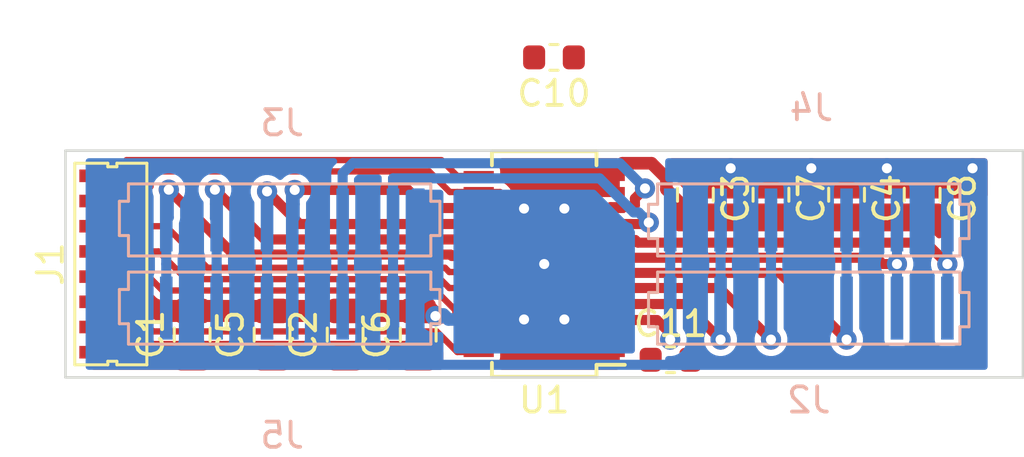
<source format=kicad_pcb>
(kicad_pcb (version 20171130) (host pcbnew "(5.1.2-13-gd94b8b9c0-dirty)")

  (general
    (thickness 0.8)
    (drawings 4)
    (tracks 197)
    (zones 0)
    (modules 16)
    (nets 22)
  )

  (page A4)
  (layers
    (0 F.Cu signal)
    (31 B.Cu signal)
    (32 B.Adhes user)
    (33 F.Adhes user)
    (34 B.Paste user)
    (35 F.Paste user)
    (36 B.SilkS user)
    (37 F.SilkS user)
    (38 B.Mask user)
    (39 F.Mask user)
    (40 Dwgs.User user)
    (41 Cmts.User user)
    (42 Eco1.User user)
    (43 Eco2.User user)
    (44 Edge.Cuts user)
    (45 Margin user)
    (46 B.CrtYd user)
    (47 F.CrtYd user)
    (48 B.Fab user)
    (49 F.Fab user)
  )

  (setup
    (last_trace_width 0.4)
    (user_trace_width 0.4)
    (user_trace_width 0.5)
    (trace_clearance 0.2)
    (zone_clearance 0.25)
    (zone_45_only no)
    (trace_min 0.2032)
    (via_size 0.8)
    (via_drill 0.4)
    (via_min_size 0.4)
    (via_min_drill 0.3)
    (uvia_size 0.3)
    (uvia_drill 0.1)
    (uvias_allowed no)
    (uvia_min_size 0.2)
    (uvia_min_drill 0.1)
    (edge_width 0.05)
    (segment_width 0.2)
    (pcb_text_width 0.3)
    (pcb_text_size 1.5 1.5)
    (mod_edge_width 0.12)
    (mod_text_size 1 1)
    (mod_text_width 0.15)
    (pad_size 1.524 1.524)
    (pad_drill 0.762)
    (pad_to_mask_clearance 0.051)
    (solder_mask_min_width 0.25)
    (aux_axis_origin 0 0)
    (grid_origin 119 54.5)
    (visible_elements FFFFFF7F)
    (pcbplotparams
      (layerselection 0x010fc_ffffffff)
      (usegerberextensions false)
      (usegerberattributes false)
      (usegerberadvancedattributes false)
      (creategerberjobfile false)
      (excludeedgelayer true)
      (linewidth 0.100000)
      (plotframeref false)
      (viasonmask false)
      (mode 1)
      (useauxorigin false)
      (hpglpennumber 1)
      (hpglpenspeed 20)
      (hpglpendiameter 15.000000)
      (psnegative false)
      (psa4output false)
      (plotreference true)
      (plotvalue true)
      (plotinvisibletext false)
      (padsonsilk false)
      (subtractmaskfromsilk false)
      (outputformat 1)
      (mirror false)
      (drillshape 1)
      (scaleselection 1)
      (outputdirectory ""))
  )

  (net 0 "")
  (net 1 "Net-(J2-Pad12)")
  (net 2 "Net-(J2-Pad10)")
  (net 3 "Net-(J2-Pad8)")
  (net 4 "Net-(J2-Pad5)")
  (net 5 "Net-(J2-Pad3)")
  (net 6 "Net-(J2-Pad1)")
  (net 7 "Net-(J3-Pad11)")
  (net 8 "Net-(J3-Pad9)")
  (net 9 "Net-(J3-Pad7)")
  (net 10 "Net-(J3-Pad6)")
  (net 11 "Net-(J3-Pad4)")
  (net 12 "Net-(J3-Pad2)")
  (net 13 /VCOIL)
  (net 14 VDDA)
  (net 15 "Net-(U1-Pad21)")
  (net 16 VDD)
  (net 17 GND)
  (net 18 /~CS)
  (net 19 /SI)
  (net 20 /SCK)
  (net 21 /SO)

  (net_class Default "This is the default net class."
    (clearance 0.2)
    (trace_width 0.25)
    (via_dia 0.8)
    (via_drill 0.4)
    (uvia_dia 0.3)
    (uvia_drill 0.1)
    (diff_pair_width 0.3)
    (diff_pair_gap 0.25)
    (add_net /SCK)
    (add_net /SI)
    (add_net /SO)
    (add_net /VCOIL)
    (add_net /~CS)
    (add_net GND)
    (add_net "Net-(J2-Pad1)")
    (add_net "Net-(J2-Pad10)")
    (add_net "Net-(J2-Pad12)")
    (add_net "Net-(J2-Pad3)")
    (add_net "Net-(J2-Pad5)")
    (add_net "Net-(J2-Pad8)")
    (add_net "Net-(J3-Pad11)")
    (add_net "Net-(J3-Pad2)")
    (add_net "Net-(J3-Pad4)")
    (add_net "Net-(J3-Pad6)")
    (add_net "Net-(J3-Pad7)")
    (add_net "Net-(J3-Pad9)")
    (add_net "Net-(U1-Pad21)")
    (add_net VDD)
    (add_net VDDA)
  )

  (module blisplay:SSOP-24EP_3.9x8.7mm_P0.635mm (layer F.Cu) (tedit 5D0A6669) (tstamp 5D0A558E)
    (at 119 54.5 180)
    (descr "SSOP24: plastic shrink small outline package; 24 leads; body width 3.9 mm; lead pitch 0.635; (see NXP SSOP-TSSOP-VSO-REFLOW.pdf and sot556-1_po.pdf)")
    (tags "SSOP 0.635")
    (path /5D0A18AC)
    (attr smd)
    (fp_text reference U1 (at 0 -5.4) (layer F.SilkS)
      (effects (font (size 1 1) (thickness 0.15)))
    )
    (fp_text value NCV7751 (at 0 5.4) (layer F.Fab)
      (effects (font (size 1 1) (thickness 0.15)))
    )
    (fp_text user %R (at 0 0) (layer F.Fab)
      (effects (font (size 0.8 0.8) (thickness 0.15)))
    )
    (fp_line (start -2.075 -4) (end -3.2 -4) (layer F.SilkS) (width 0.15))
    (fp_line (start -2.075 4.475) (end 2.075 4.475) (layer F.SilkS) (width 0.15))
    (fp_line (start -2.075 -4.475) (end 2.075 -4.475) (layer F.SilkS) (width 0.15))
    (fp_line (start -2.075 4.475) (end -2.075 3.9175) (layer F.SilkS) (width 0.15))
    (fp_line (start 2.075 4.475) (end 2.075 3.9175) (layer F.SilkS) (width 0.15))
    (fp_line (start 2.075 -4.475) (end 2.075 -3.9175) (layer F.SilkS) (width 0.15))
    (fp_line (start -2.075 -4.475) (end -2.075 -4) (layer F.SilkS) (width 0.15))
    (fp_line (start -3.45 4.65) (end 3.45 4.65) (layer F.CrtYd) (width 0.05))
    (fp_line (start -3.45 -4.65) (end 3.45 -4.65) (layer F.CrtYd) (width 0.05))
    (fp_line (start 3.45 -4.65) (end 3.45 4.65) (layer F.CrtYd) (width 0.05))
    (fp_line (start -3.45 -4.65) (end -3.45 4.65) (layer F.CrtYd) (width 0.05))
    (fp_line (start -1.95 -3.35) (end -0.95 -4.35) (layer F.Fab) (width 0.15))
    (fp_line (start -1.95 4.35) (end -1.95 -3.35) (layer F.Fab) (width 0.15))
    (fp_line (start 1.95 4.35) (end -1.95 4.35) (layer F.Fab) (width 0.15))
    (fp_line (start 1.95 -4.35) (end 1.95 4.35) (layer F.Fab) (width 0.15))
    (fp_line (start -0.95 -4.35) (end 1.95 -4.35) (layer F.Fab) (width 0.15))
    (pad 0 smd rect (at 0 0 180) (size 2.5 5.63) (layers F.Cu F.Paste F.Mask)
      (net 17 GND))
    (pad 24 smd rect (at 2.6 -3.4925 180) (size 1.2 0.4) (layers F.Cu F.Paste F.Mask)
      (net 14 VDDA))
    (pad 23 smd rect (at 2.6 -2.8575 180) (size 1.2 0.4) (layers F.Cu F.Paste F.Mask)
      (net 18 /~CS))
    (pad 22 smd rect (at 2.6 -2.2225 180) (size 1.2 0.4) (layers F.Cu F.Paste F.Mask)
      (net 19 /SI))
    (pad 21 smd rect (at 2.6 -1.5875 180) (size 1.2 0.4) (layers F.Cu F.Paste F.Mask)
      (net 15 "Net-(U1-Pad21)"))
    (pad 20 smd rect (at 2.6 -0.9525 180) (size 1.2 0.4) (layers F.Cu F.Paste F.Mask)
      (net 20 /SCK))
    (pad 19 smd rect (at 2.6 -0.3175 180) (size 1.2 0.4) (layers F.Cu F.Paste F.Mask)
      (net 21 /SO))
    (pad 18 smd rect (at 2.6 0.3175 180) (size 1.2 0.4) (layers F.Cu F.Paste F.Mask)
      (net 7 "Net-(J3-Pad11)"))
    (pad 17 smd rect (at 2.6 0.9525 180) (size 1.2 0.4) (layers F.Cu F.Paste F.Mask)
      (net 8 "Net-(J3-Pad9)"))
    (pad 16 smd rect (at 2.6 1.5875 180) (size 1.2 0.4) (layers F.Cu F.Paste F.Mask)
      (net 9 "Net-(J3-Pad7)"))
    (pad 15 smd rect (at 2.6 2.2225 180) (size 1.2 0.4) (layers F.Cu F.Paste F.Mask)
      (net 10 "Net-(J3-Pad6)"))
    (pad 14 smd rect (at 2.6 2.8575 180) (size 1.2 0.4) (layers F.Cu F.Paste F.Mask)
      (net 18 /~CS))
    (pad 13 smd rect (at 2.6 3.4925 180) (size 1.2 0.4) (layers F.Cu F.Paste F.Mask)
      (net 16 VDD))
    (pad 12 smd rect (at -2.6 3.4925 180) (size 1.2 0.4) (layers F.Cu F.Paste F.Mask)
      (net 17 GND))
    (pad 11 smd rect (at -2.6 2.8575 180) (size 1.2 0.4) (layers F.Cu F.Paste F.Mask)
      (net 17 GND))
    (pad 10 smd rect (at -2.6 2.2225 180) (size 1.2 0.4) (layers F.Cu F.Paste F.Mask)
      (net 11 "Net-(J3-Pad4)"))
    (pad 9 smd rect (at -2.6 1.5875 180) (size 1.2 0.4) (layers F.Cu F.Paste F.Mask)
      (net 12 "Net-(J3-Pad2)"))
    (pad 8 smd rect (at -2.6 0.9525 180) (size 1.2 0.4) (layers F.Cu F.Paste F.Mask)
      (net 1 "Net-(J2-Pad12)"))
    (pad 7 smd rect (at -2.6 0.3175 180) (size 1.2 0.4) (layers F.Cu F.Paste F.Mask)
      (net 2 "Net-(J2-Pad10)"))
    (pad 6 smd rect (at -2.6 -0.3175 180) (size 1.2 0.4) (layers F.Cu F.Paste F.Mask)
      (net 3 "Net-(J2-Pad8)"))
    (pad 5 smd rect (at -2.6 -0.9525 180) (size 1.2 0.4) (layers F.Cu F.Paste F.Mask)
      (net 4 "Net-(J2-Pad5)"))
    (pad 4 smd rect (at -2.6 -1.5875 180) (size 1.2 0.4) (layers F.Cu F.Paste F.Mask)
      (net 5 "Net-(J2-Pad3)"))
    (pad 3 smd rect (at -2.6 -2.2225 180) (size 1.2 0.4) (layers F.Cu F.Paste F.Mask)
      (net 6 "Net-(J2-Pad1)"))
    (pad 2 smd rect (at -2.6 -2.8575 180) (size 1.2 0.4) (layers F.Cu F.Paste F.Mask)
      (net 17 GND))
    (pad 1 smd rect (at -2.6 -3.4925 180) (size 1.2 0.4) (layers F.Cu F.Paste F.Mask)
      (net 17 GND))
    (model ${KISYS3DMOD}/Package_SO.3dshapes/SSOP-24_3.9x8.7mm_P0.635mm.wrl
      (at (xyz 0 0 0))
      (scale (xyz 1 1 1))
      (rotate (xyz 0 0 0))
    )
  )

  (module blisplay:driver-connect (layer F.Cu) (tedit 0) (tstamp 5D0AB729)
    (at 101.8 54.5 270)
    (path /5D0C7600)
    (attr smd)
    (fp_text reference J1 (at 0 2.4 90) (layer F.SilkS)
      (effects (font (size 1 1) (thickness 0.15)))
    )
    (fp_text value Conn_01x08 (at 0 3.55 90) (layer F.Fab)
      (effects (font (size 1 1) (thickness 0.15)))
    )
    (fp_line (start -4.1 -1.65) (end -4.1 1.65) (layer F.CrtYd) (width 0.05))
    (fp_line (start -4.1 1.65) (end 4.1 1.65) (layer F.CrtYd) (width 0.05))
    (fp_line (start 4.1 -1.65) (end 4.1 1.65) (layer F.CrtYd) (width 0.05))
    (fp_line (start -4.1 -1.65) (end 4.1 -1.65) (layer F.CrtYd) (width 0.05))
    (fp_line (start 4 -0.24) (end 4 -1.43) (layer F.SilkS) (width 0.12))
    (fp_line (start -4 -0.24) (end -4 -1.43) (layer F.SilkS) (width 0.12))
    (fp_line (start 3.86 -0.24) (end 4 -0.24) (layer F.SilkS) (width 0.12))
    (fp_line (start -3.86 -0.24) (end -4 -0.24) (layer F.SilkS) (width 0.12))
    (fp_line (start 3.86 0.12) (end 3.86 -0.24) (layer F.SilkS) (width 0.12))
    (fp_line (start -3.86 0.12) (end -3.86 -0.24) (layer F.SilkS) (width 0.12))
    (fp_line (start 4 0.12) (end 3.86 0.12) (layer F.SilkS) (width 0.12))
    (fp_line (start -4 0.12) (end -3.86 0.12) (layer F.SilkS) (width 0.12))
    (fp_line (start 4 1.43) (end 4 0.12) (layer F.SilkS) (width 0.12))
    (fp_line (start -4 1.43) (end -4 0.12) (layer F.SilkS) (width 0.12))
    (fp_line (start -4 1.43) (end 4 1.43) (layer F.SilkS) (width 0.12))
    (fp_line (start -4 -1.43) (end 4 -1.43) (layer F.SilkS) (width 0.12))
    (pad 0 smd rect (at 3.5 0 270) (size 0 0) (layers F.Cu F.Paste F.Mask))
    (pad 0 smd rect (at -3.5 0 270) (size 0 0) (layers F.Cu F.Paste F.Mask))
    (pad 8 smd rect (at 3.5 0 270) (size 0.5 2.5) (layers F.Cu F.Paste F.Mask)
      (net 13 /VCOIL))
    (pad 7 smd rect (at 2.5 0 270) (size 0.5 2.5) (layers F.Cu F.Paste F.Mask)
      (net 14 VDDA))
    (pad 6 smd rect (at 1.5 0 270) (size 0.5 2.5) (layers F.Cu F.Paste F.Mask)
      (net 17 GND))
    (pad 5 smd rect (at 0.5 0 270) (size 0.5 2.5) (layers F.Cu F.Paste F.Mask)
      (net 19 /SI))
    (pad 4 smd rect (at -0.5 0 270) (size 0.5 2.5) (layers F.Cu F.Paste F.Mask)
      (net 20 /SCK))
    (pad 3 smd rect (at -1.5 0 270) (size 0.5 2.5) (layers F.Cu F.Paste F.Mask)
      (net 21 /SO))
    (pad 2 smd rect (at -2.5 0 270) (size 0.5 2.5) (layers F.Cu F.Paste F.Mask)
      (net 18 /~CS))
    (pad 1 smd rect (at -3.5 0 270) (size 0.5 2.5) (layers F.Cu F.Paste F.Mask)
      (net 16 VDD))
  )

  (module Capacitor_SMD:C_0603_1608Metric (layer F.Cu) (tedit 5B301BBE) (tstamp 5D0AB70B)
    (at 124.0125 58.3)
    (descr "Capacitor SMD 0603 (1608 Metric), square (rectangular) end terminal, IPC_7351 nominal, (Body size source: http://www.tortai-tech.com/upload/download/2011102023233369053.pdf), generated with kicad-footprint-generator")
    (tags capacitor)
    (path /5D0A6AC0)
    (attr smd)
    (fp_text reference C11 (at 0 -1.43) (layer F.SilkS)
      (effects (font (size 1 1) (thickness 0.15)))
    )
    (fp_text value 100n (at 0 1.43) (layer F.Fab)
      (effects (font (size 1 1) (thickness 0.15)))
    )
    (fp_text user %R (at 0 0) (layer F.Fab)
      (effects (font (size 0.4 0.4) (thickness 0.06)))
    )
    (fp_line (start 1.48 0.73) (end -1.48 0.73) (layer F.CrtYd) (width 0.05))
    (fp_line (start 1.48 -0.73) (end 1.48 0.73) (layer F.CrtYd) (width 0.05))
    (fp_line (start -1.48 -0.73) (end 1.48 -0.73) (layer F.CrtYd) (width 0.05))
    (fp_line (start -1.48 0.73) (end -1.48 -0.73) (layer F.CrtYd) (width 0.05))
    (fp_line (start -0.162779 0.51) (end 0.162779 0.51) (layer F.SilkS) (width 0.12))
    (fp_line (start -0.162779 -0.51) (end 0.162779 -0.51) (layer F.SilkS) (width 0.12))
    (fp_line (start 0.8 0.4) (end -0.8 0.4) (layer F.Fab) (width 0.1))
    (fp_line (start 0.8 -0.4) (end 0.8 0.4) (layer F.Fab) (width 0.1))
    (fp_line (start -0.8 -0.4) (end 0.8 -0.4) (layer F.Fab) (width 0.1))
    (fp_line (start -0.8 0.4) (end -0.8 -0.4) (layer F.Fab) (width 0.1))
    (pad 2 smd roundrect (at 0.7875 0) (size 0.875 0.95) (layers F.Cu F.Paste F.Mask) (roundrect_rratio 0.25)
      (net 17 GND))
    (pad 1 smd roundrect (at -0.7875 0) (size 0.875 0.95) (layers F.Cu F.Paste F.Mask) (roundrect_rratio 0.25)
      (net 14 VDDA))
    (model ${KISYS3DMOD}/Capacitor_SMD.3dshapes/C_0603_1608Metric.wrl
      (at (xyz 0 0 0))
      (scale (xyz 1 1 1))
      (rotate (xyz 0 0 0))
    )
  )

  (module Capacitor_SMD:C_0603_1608Metric (layer F.Cu) (tedit 5B301BBE) (tstamp 5D0AB6FA)
    (at 119.3875 46.3 180)
    (descr "Capacitor SMD 0603 (1608 Metric), square (rectangular) end terminal, IPC_7351 nominal, (Body size source: http://www.tortai-tech.com/upload/download/2011102023233369053.pdf), generated with kicad-footprint-generator")
    (tags capacitor)
    (path /5D0A7252)
    (attr smd)
    (fp_text reference C10 (at 0 -1.43) (layer F.SilkS)
      (effects (font (size 1 1) (thickness 0.15)))
    )
    (fp_text value 100n (at 0 1.43) (layer F.Fab)
      (effects (font (size 1 1) (thickness 0.15)))
    )
    (fp_text user %R (at 0 0) (layer F.Fab)
      (effects (font (size 0.4 0.4) (thickness 0.06)))
    )
    (fp_line (start 1.48 0.73) (end -1.48 0.73) (layer F.CrtYd) (width 0.05))
    (fp_line (start 1.48 -0.73) (end 1.48 0.73) (layer F.CrtYd) (width 0.05))
    (fp_line (start -1.48 -0.73) (end 1.48 -0.73) (layer F.CrtYd) (width 0.05))
    (fp_line (start -1.48 0.73) (end -1.48 -0.73) (layer F.CrtYd) (width 0.05))
    (fp_line (start -0.162779 0.51) (end 0.162779 0.51) (layer F.SilkS) (width 0.12))
    (fp_line (start -0.162779 -0.51) (end 0.162779 -0.51) (layer F.SilkS) (width 0.12))
    (fp_line (start 0.8 0.4) (end -0.8 0.4) (layer F.Fab) (width 0.1))
    (fp_line (start 0.8 -0.4) (end 0.8 0.4) (layer F.Fab) (width 0.1))
    (fp_line (start -0.8 -0.4) (end 0.8 -0.4) (layer F.Fab) (width 0.1))
    (fp_line (start -0.8 0.4) (end -0.8 -0.4) (layer F.Fab) (width 0.1))
    (pad 2 smd roundrect (at 0.7875 0 180) (size 0.875 0.95) (layers F.Cu F.Paste F.Mask) (roundrect_rratio 0.25)
      (net 17 GND))
    (pad 1 smd roundrect (at -0.7875 0 180) (size 0.875 0.95) (layers F.Cu F.Paste F.Mask) (roundrect_rratio 0.25)
      (net 16 VDD))
    (model ${KISYS3DMOD}/Capacitor_SMD.3dshapes/C_0603_1608Metric.wrl
      (at (xyz 0 0 0))
      (scale (xyz 1 1 1))
      (rotate (xyz 0 0 0))
    )
  )

  (module blisplay:flex-12 (layer B.Cu) (tedit 5CEC1B49) (tstamp 5D0A90F2)
    (at 108.5 56.25 180)
    (path /5D144EA0)
    (attr smd)
    (fp_text reference J5 (at -0.1 -5.05) (layer B.SilkS)
      (effects (font (size 1 1) (thickness 0.15)) (justify mirror))
    )
    (fp_text value Flex (at 0 -3.55) (layer B.Fab)
      (effects (font (size 1 1) (thickness 0.15)) (justify mirror))
    )
    (fp_line (start -6.6 1.65) (end -6.6 -1.65) (layer B.CrtYd) (width 0.05))
    (fp_line (start -6.6 -1.65) (end 6.6 -1.65) (layer B.CrtYd) (width 0.05))
    (fp_line (start 6.6 1.65) (end 6.6 -1.65) (layer B.CrtYd) (width 0.05))
    (fp_line (start -6.6 1.65) (end 6.6 1.65) (layer B.CrtYd) (width 0.05))
    (fp_line (start 6 0.74) (end 6 1.43) (layer B.SilkS) (width 0.12))
    (fp_line (start -6 0.74) (end -6 1.43) (layer B.SilkS) (width 0.12))
    (fp_line (start 6.36 0.74) (end 6 0.74) (layer B.SilkS) (width 0.12))
    (fp_line (start -6.36 0.74) (end -6 0.74) (layer B.SilkS) (width 0.12))
    (fp_line (start 6.36 -0.62) (end 6.36 0.74) (layer B.SilkS) (width 0.12))
    (fp_line (start -6.36 -0.62) (end -6.36 0.74) (layer B.SilkS) (width 0.12))
    (fp_line (start 6 -0.62) (end 6.36 -0.62) (layer B.SilkS) (width 0.12))
    (fp_line (start -6 -0.62) (end -6.36 -0.62) (layer B.SilkS) (width 0.12))
    (fp_line (start 6 -1.43) (end 6 -0.62) (layer B.SilkS) (width 0.12))
    (fp_line (start -6 -1.43) (end -6 -0.62) (layer B.SilkS) (width 0.12))
    (fp_line (start -6 -1.43) (end 6 -1.43) (layer B.SilkS) (width 0.12))
    (fp_line (start -6 1.43) (end 6 1.43) (layer B.SilkS) (width 0.12))
    (pad 12 smd rect (at 5.5 0 180) (size 0.5 2.5) (layers B.Cu B.Paste B.Mask)
      (net 13 /VCOIL))
    (pad 11 smd rect (at 4.5 0 180) (size 0.5 2.5) (layers B.Cu B.Paste B.Mask)
      (net 7 "Net-(J3-Pad11)"))
    (pad 10 smd rect (at 3.5 0 180) (size 0.5 2.5) (layers B.Cu B.Paste B.Mask)
      (net 13 /VCOIL))
    (pad 9 smd rect (at 2.5 0 180) (size 0.5 2.5) (layers B.Cu B.Paste B.Mask)
      (net 8 "Net-(J3-Pad9)"))
    (pad 8 smd rect (at 1.5 0 180) (size 0.5 2.5) (layers B.Cu B.Paste B.Mask)
      (net 13 /VCOIL))
    (pad 7 smd rect (at 0.5 0 180) (size 0.5 2.5) (layers B.Cu B.Paste B.Mask)
      (net 9 "Net-(J3-Pad7)"))
    (pad 6 smd rect (at -0.5 0 180) (size 0.5 2.5) (layers B.Cu B.Paste B.Mask)
      (net 10 "Net-(J3-Pad6)"))
    (pad 5 smd rect (at -1.5 0 180) (size 0.5 2.5) (layers B.Cu B.Paste B.Mask)
      (net 13 /VCOIL))
    (pad 4 smd rect (at -2.5 0 180) (size 0.5 2.5) (layers B.Cu B.Paste B.Mask)
      (net 11 "Net-(J3-Pad4)"))
    (pad 3 smd rect (at -3.5 0 180) (size 0.5 2.5) (layers B.Cu B.Paste B.Mask)
      (net 13 /VCOIL))
    (pad 2 smd rect (at -4.5 0 180) (size 0.5 2.5) (layers B.Cu B.Paste B.Mask)
      (net 12 "Net-(J3-Pad2)"))
    (pad 1 smd rect (at -5.5 0 180) (size 0.5 2.5) (layers B.Cu B.Paste B.Mask)
      (net 13 /VCOIL))
  )

  (module blisplay:flex-12 (layer B.Cu) (tedit 5CEC1B49) (tstamp 5D0A8365)
    (at 129.5 52.75)
    (path /5D129E0C)
    (attr smd)
    (fp_text reference J4 (at 0.1 -4.45) (layer B.SilkS)
      (effects (font (size 1 1) (thickness 0.15)) (justify mirror))
    )
    (fp_text value Flex (at 0 -3.55) (layer B.Fab)
      (effects (font (size 1 1) (thickness 0.15)) (justify mirror))
    )
    (fp_line (start -6.6 1.65) (end -6.6 -1.65) (layer B.CrtYd) (width 0.05))
    (fp_line (start -6.6 -1.65) (end 6.6 -1.65) (layer B.CrtYd) (width 0.05))
    (fp_line (start 6.6 1.65) (end 6.6 -1.65) (layer B.CrtYd) (width 0.05))
    (fp_line (start -6.6 1.65) (end 6.6 1.65) (layer B.CrtYd) (width 0.05))
    (fp_line (start 6 0.74) (end 6 1.43) (layer B.SilkS) (width 0.12))
    (fp_line (start -6 0.74) (end -6 1.43) (layer B.SilkS) (width 0.12))
    (fp_line (start 6.36 0.74) (end 6 0.74) (layer B.SilkS) (width 0.12))
    (fp_line (start -6.36 0.74) (end -6 0.74) (layer B.SilkS) (width 0.12))
    (fp_line (start 6.36 -0.62) (end 6.36 0.74) (layer B.SilkS) (width 0.12))
    (fp_line (start -6.36 -0.62) (end -6.36 0.74) (layer B.SilkS) (width 0.12))
    (fp_line (start 6 -0.62) (end 6.36 -0.62) (layer B.SilkS) (width 0.12))
    (fp_line (start -6 -0.62) (end -6.36 -0.62) (layer B.SilkS) (width 0.12))
    (fp_line (start 6 -1.43) (end 6 -0.62) (layer B.SilkS) (width 0.12))
    (fp_line (start -6 -1.43) (end -6 -0.62) (layer B.SilkS) (width 0.12))
    (fp_line (start -6 -1.43) (end 6 -1.43) (layer B.SilkS) (width 0.12))
    (fp_line (start -6 1.43) (end 6 1.43) (layer B.SilkS) (width 0.12))
    (pad 12 smd rect (at 5.5 0) (size 0.5 2.5) (layers B.Cu B.Paste B.Mask)
      (net 1 "Net-(J2-Pad12)"))
    (pad 11 smd rect (at 4.5 0) (size 0.5 2.5) (layers B.Cu B.Paste B.Mask)
      (net 13 /VCOIL))
    (pad 10 smd rect (at 3.5 0) (size 0.5 2.5) (layers B.Cu B.Paste B.Mask)
      (net 2 "Net-(J2-Pad10)"))
    (pad 9 smd rect (at 2.5 0) (size 0.5 2.5) (layers B.Cu B.Paste B.Mask)
      (net 13 /VCOIL))
    (pad 8 smd rect (at 1.5 0) (size 0.5 2.5) (layers B.Cu B.Paste B.Mask)
      (net 3 "Net-(J2-Pad8)"))
    (pad 7 smd rect (at 0.5 0) (size 0.5 2.5) (layers B.Cu B.Paste B.Mask)
      (net 13 /VCOIL))
    (pad 6 smd rect (at -0.5 0) (size 0.5 2.5) (layers B.Cu B.Paste B.Mask)
      (net 13 /VCOIL))
    (pad 5 smd rect (at -1.5 0) (size 0.5 2.5) (layers B.Cu B.Paste B.Mask)
      (net 4 "Net-(J2-Pad5)"))
    (pad 4 smd rect (at -2.5 0) (size 0.5 2.5) (layers B.Cu B.Paste B.Mask)
      (net 13 /VCOIL))
    (pad 3 smd rect (at -3.5 0) (size 0.5 2.5) (layers B.Cu B.Paste B.Mask)
      (net 5 "Net-(J2-Pad3)"))
    (pad 2 smd rect (at -4.5 0) (size 0.5 2.5) (layers B.Cu B.Paste B.Mask)
      (net 13 /VCOIL))
    (pad 1 smd rect (at -5.5 0) (size 0.5 2.5) (layers B.Cu B.Paste B.Mask)
      (net 6 "Net-(J2-Pad1)"))
  )

  (module Capacitor_SMD:C_0805_2012Metric (layer F.Cu) (tedit 5B36C52B) (tstamp 5D0A77E5)
    (at 134 51.75 270)
    (descr "Capacitor SMD 0805 (2012 Metric), square (rectangular) end terminal, IPC_7351 nominal, (Body size source: https://docs.google.com/spreadsheets/d/1BsfQQcO9C6DZCsRaXUlFlo91Tg2WpOkGARC1WS5S8t0/edit?usp=sharing), generated with kicad-footprint-generator")
    (tags capacitor)
    (path /5D1004B6)
    (attr smd)
    (fp_text reference C8 (at 0.15 -1.6 90) (layer F.SilkS)
      (effects (font (size 1 1) (thickness 0.15)))
    )
    (fp_text value 10μ (at -3.45 0 90) (layer F.Fab)
      (effects (font (size 1 1) (thickness 0.15)))
    )
    (fp_text user %R (at 0 0 90) (layer F.Fab)
      (effects (font (size 0.5 0.5) (thickness 0.08)))
    )
    (fp_line (start 1.68 0.95) (end -1.68 0.95) (layer F.CrtYd) (width 0.05))
    (fp_line (start 1.68 -0.95) (end 1.68 0.95) (layer F.CrtYd) (width 0.05))
    (fp_line (start -1.68 -0.95) (end 1.68 -0.95) (layer F.CrtYd) (width 0.05))
    (fp_line (start -1.68 0.95) (end -1.68 -0.95) (layer F.CrtYd) (width 0.05))
    (fp_line (start -0.258578 0.71) (end 0.258578 0.71) (layer F.SilkS) (width 0.12))
    (fp_line (start -0.258578 -0.71) (end 0.258578 -0.71) (layer F.SilkS) (width 0.12))
    (fp_line (start 1 0.6) (end -1 0.6) (layer F.Fab) (width 0.1))
    (fp_line (start 1 -0.6) (end 1 0.6) (layer F.Fab) (width 0.1))
    (fp_line (start -1 -0.6) (end 1 -0.6) (layer F.Fab) (width 0.1))
    (fp_line (start -1 0.6) (end -1 -0.6) (layer F.Fab) (width 0.1))
    (pad 2 smd roundrect (at 0.9375 0 270) (size 0.975 1.4) (layers F.Cu F.Paste F.Mask) (roundrect_rratio 0.25)
      (net 17 GND))
    (pad 1 smd roundrect (at -0.9375 0 270) (size 0.975 1.4) (layers F.Cu F.Paste F.Mask) (roundrect_rratio 0.25)
      (net 13 /VCOIL))
    (model ${KISYS3DMOD}/Capacitor_SMD.3dshapes/C_0805_2012Metric.wrl
      (at (xyz 0 0 0))
      (scale (xyz 1 1 1))
      (rotate (xyz 0 0 0))
    )
  )

  (module Capacitor_SMD:C_0805_2012Metric (layer F.Cu) (tedit 5B36C52B) (tstamp 5D0A77D4)
    (at 131 51.75 270)
    (descr "Capacitor SMD 0805 (2012 Metric), square (rectangular) end terminal, IPC_7351 nominal, (Body size source: https://docs.google.com/spreadsheets/d/1BsfQQcO9C6DZCsRaXUlFlo91Tg2WpOkGARC1WS5S8t0/edit?usp=sharing), generated with kicad-footprint-generator")
    (tags capacitor)
    (path /5D0F8B85)
    (attr smd)
    (fp_text reference C4 (at 0.15 -1.6 90) (layer F.SilkS)
      (effects (font (size 1 1) (thickness 0.15)))
    )
    (fp_text value 10μ (at -3.45 -0.2 90) (layer F.Fab)
      (effects (font (size 1 1) (thickness 0.15)))
    )
    (fp_text user %R (at 0 0 90) (layer F.Fab)
      (effects (font (size 0.5 0.5) (thickness 0.08)))
    )
    (fp_line (start 1.68 0.95) (end -1.68 0.95) (layer F.CrtYd) (width 0.05))
    (fp_line (start 1.68 -0.95) (end 1.68 0.95) (layer F.CrtYd) (width 0.05))
    (fp_line (start -1.68 -0.95) (end 1.68 -0.95) (layer F.CrtYd) (width 0.05))
    (fp_line (start -1.68 0.95) (end -1.68 -0.95) (layer F.CrtYd) (width 0.05))
    (fp_line (start -0.258578 0.71) (end 0.258578 0.71) (layer F.SilkS) (width 0.12))
    (fp_line (start -0.258578 -0.71) (end 0.258578 -0.71) (layer F.SilkS) (width 0.12))
    (fp_line (start 1 0.6) (end -1 0.6) (layer F.Fab) (width 0.1))
    (fp_line (start 1 -0.6) (end 1 0.6) (layer F.Fab) (width 0.1))
    (fp_line (start -1 -0.6) (end 1 -0.6) (layer F.Fab) (width 0.1))
    (fp_line (start -1 0.6) (end -1 -0.6) (layer F.Fab) (width 0.1))
    (pad 2 smd roundrect (at 0.9375 0 270) (size 0.975 1.4) (layers F.Cu F.Paste F.Mask) (roundrect_rratio 0.25)
      (net 17 GND))
    (pad 1 smd roundrect (at -0.9375 0 270) (size 0.975 1.4) (layers F.Cu F.Paste F.Mask) (roundrect_rratio 0.25)
      (net 13 /VCOIL))
    (model ${KISYS3DMOD}/Capacitor_SMD.3dshapes/C_0805_2012Metric.wrl
      (at (xyz 0 0 0))
      (scale (xyz 1 1 1))
      (rotate (xyz 0 0 0))
    )
  )

  (module Capacitor_SMD:C_0805_2012Metric (layer F.Cu) (tedit 5B36C52B) (tstamp 5D0A77C3)
    (at 128 51.75 270)
    (descr "Capacitor SMD 0805 (2012 Metric), square (rectangular) end terminal, IPC_7351 nominal, (Body size source: https://docs.google.com/spreadsheets/d/1BsfQQcO9C6DZCsRaXUlFlo91Tg2WpOkGARC1WS5S8t0/edit?usp=sharing), generated with kicad-footprint-generator")
    (tags capacitor)
    (path /5D1004B0)
    (attr smd)
    (fp_text reference C7 (at 0.15 -1.6 90) (layer F.SilkS)
      (effects (font (size 1 1) (thickness 0.15)))
    )
    (fp_text value 10μ (at -3.45 -0.2 90) (layer F.Fab)
      (effects (font (size 1 1) (thickness 0.15)))
    )
    (fp_text user %R (at 0 0 90) (layer F.Fab)
      (effects (font (size 0.5 0.5) (thickness 0.08)))
    )
    (fp_line (start 1.68 0.95) (end -1.68 0.95) (layer F.CrtYd) (width 0.05))
    (fp_line (start 1.68 -0.95) (end 1.68 0.95) (layer F.CrtYd) (width 0.05))
    (fp_line (start -1.68 -0.95) (end 1.68 -0.95) (layer F.CrtYd) (width 0.05))
    (fp_line (start -1.68 0.95) (end -1.68 -0.95) (layer F.CrtYd) (width 0.05))
    (fp_line (start -0.258578 0.71) (end 0.258578 0.71) (layer F.SilkS) (width 0.12))
    (fp_line (start -0.258578 -0.71) (end 0.258578 -0.71) (layer F.SilkS) (width 0.12))
    (fp_line (start 1 0.6) (end -1 0.6) (layer F.Fab) (width 0.1))
    (fp_line (start 1 -0.6) (end 1 0.6) (layer F.Fab) (width 0.1))
    (fp_line (start -1 -0.6) (end 1 -0.6) (layer F.Fab) (width 0.1))
    (fp_line (start -1 0.6) (end -1 -0.6) (layer F.Fab) (width 0.1))
    (pad 2 smd roundrect (at 0.9375 0 270) (size 0.975 1.4) (layers F.Cu F.Paste F.Mask) (roundrect_rratio 0.25)
      (net 17 GND))
    (pad 1 smd roundrect (at -0.9375 0 270) (size 0.975 1.4) (layers F.Cu F.Paste F.Mask) (roundrect_rratio 0.25)
      (net 13 /VCOIL))
    (model ${KISYS3DMOD}/Capacitor_SMD.3dshapes/C_0805_2012Metric.wrl
      (at (xyz 0 0 0))
      (scale (xyz 1 1 1))
      (rotate (xyz 0 0 0))
    )
  )

  (module Capacitor_SMD:C_0805_2012Metric (layer F.Cu) (tedit 5B36C52B) (tstamp 5D0A77B2)
    (at 125 51.75 270)
    (descr "Capacitor SMD 0805 (2012 Metric), square (rectangular) end terminal, IPC_7351 nominal, (Body size source: https://docs.google.com/spreadsheets/d/1BsfQQcO9C6DZCsRaXUlFlo91Tg2WpOkGARC1WS5S8t0/edit?usp=sharing), generated with kicad-footprint-generator")
    (tags capacitor)
    (path /5D0F7B9C)
    (attr smd)
    (fp_text reference C3 (at 0.15 -1.6 90) (layer F.SilkS)
      (effects (font (size 1 1) (thickness 0.15)))
    )
    (fp_text value 10μ (at -3.5 0 90) (layer F.Fab)
      (effects (font (size 1 1) (thickness 0.15)))
    )
    (fp_text user %R (at 0 0 90) (layer F.Fab)
      (effects (font (size 0.5 0.5) (thickness 0.08)))
    )
    (fp_line (start 1.68 0.95) (end -1.68 0.95) (layer F.CrtYd) (width 0.05))
    (fp_line (start 1.68 -0.95) (end 1.68 0.95) (layer F.CrtYd) (width 0.05))
    (fp_line (start -1.68 -0.95) (end 1.68 -0.95) (layer F.CrtYd) (width 0.05))
    (fp_line (start -1.68 0.95) (end -1.68 -0.95) (layer F.CrtYd) (width 0.05))
    (fp_line (start -0.258578 0.71) (end 0.258578 0.71) (layer F.SilkS) (width 0.12))
    (fp_line (start -0.258578 -0.71) (end 0.258578 -0.71) (layer F.SilkS) (width 0.12))
    (fp_line (start 1 0.6) (end -1 0.6) (layer F.Fab) (width 0.1))
    (fp_line (start 1 -0.6) (end 1 0.6) (layer F.Fab) (width 0.1))
    (fp_line (start -1 -0.6) (end 1 -0.6) (layer F.Fab) (width 0.1))
    (fp_line (start -1 0.6) (end -1 -0.6) (layer F.Fab) (width 0.1))
    (pad 2 smd roundrect (at 0.9375 0 270) (size 0.975 1.4) (layers F.Cu F.Paste F.Mask) (roundrect_rratio 0.25)
      (net 17 GND))
    (pad 1 smd roundrect (at -0.9375 0 270) (size 0.975 1.4) (layers F.Cu F.Paste F.Mask) (roundrect_rratio 0.25)
      (net 13 /VCOIL))
    (model ${KISYS3DMOD}/Capacitor_SMD.3dshapes/C_0805_2012Metric.wrl
      (at (xyz 0 0 0))
      (scale (xyz 1 1 1))
      (rotate (xyz 0 0 0))
    )
  )

  (module Capacitor_SMD:C_0805_2012Metric (layer F.Cu) (tedit 5B36C52B) (tstamp 5D0A77A1)
    (at 114 57.3 90)
    (descr "Capacitor SMD 0805 (2012 Metric), square (rectangular) end terminal, IPC_7351 nominal, (Body size source: https://docs.google.com/spreadsheets/d/1BsfQQcO9C6DZCsRaXUlFlo91Tg2WpOkGARC1WS5S8t0/edit?usp=sharing), generated with kicad-footprint-generator")
    (tags capacitor)
    (path /5D1004AA)
    (attr smd)
    (fp_text reference C6 (at 0 -1.65 90) (layer F.SilkS)
      (effects (font (size 1 1) (thickness 0.15)))
    )
    (fp_text value 10μ (at -3.2 -0.2 90) (layer F.Fab)
      (effects (font (size 1 1) (thickness 0.15)))
    )
    (fp_text user %R (at 0 0 90) (layer F.Fab)
      (effects (font (size 0.5 0.5) (thickness 0.08)))
    )
    (fp_line (start 1.68 0.95) (end -1.68 0.95) (layer F.CrtYd) (width 0.05))
    (fp_line (start 1.68 -0.95) (end 1.68 0.95) (layer F.CrtYd) (width 0.05))
    (fp_line (start -1.68 -0.95) (end 1.68 -0.95) (layer F.CrtYd) (width 0.05))
    (fp_line (start -1.68 0.95) (end -1.68 -0.95) (layer F.CrtYd) (width 0.05))
    (fp_line (start -0.258578 0.71) (end 0.258578 0.71) (layer F.SilkS) (width 0.12))
    (fp_line (start -0.258578 -0.71) (end 0.258578 -0.71) (layer F.SilkS) (width 0.12))
    (fp_line (start 1 0.6) (end -1 0.6) (layer F.Fab) (width 0.1))
    (fp_line (start 1 -0.6) (end 1 0.6) (layer F.Fab) (width 0.1))
    (fp_line (start -1 -0.6) (end 1 -0.6) (layer F.Fab) (width 0.1))
    (fp_line (start -1 0.6) (end -1 -0.6) (layer F.Fab) (width 0.1))
    (pad 2 smd roundrect (at 0.9375 0 90) (size 0.975 1.4) (layers F.Cu F.Paste F.Mask) (roundrect_rratio 0.25)
      (net 17 GND))
    (pad 1 smd roundrect (at -0.9375 0 90) (size 0.975 1.4) (layers F.Cu F.Paste F.Mask) (roundrect_rratio 0.25)
      (net 13 /VCOIL))
    (model ${KISYS3DMOD}/Capacitor_SMD.3dshapes/C_0805_2012Metric.wrl
      (at (xyz 0 0 0))
      (scale (xyz 1 1 1))
      (rotate (xyz 0 0 0))
    )
  )

  (module Capacitor_SMD:C_0805_2012Metric (layer F.Cu) (tedit 5B36C52B) (tstamp 5D0A7790)
    (at 111.1 57.3 90)
    (descr "Capacitor SMD 0805 (2012 Metric), square (rectangular) end terminal, IPC_7351 nominal, (Body size source: https://docs.google.com/spreadsheets/d/1BsfQQcO9C6DZCsRaXUlFlo91Tg2WpOkGARC1WS5S8t0/edit?usp=sharing), generated with kicad-footprint-generator")
    (tags capacitor)
    (path /5D0F76B5)
    (attr smd)
    (fp_text reference C2 (at 0 -1.65 90) (layer F.SilkS)
      (effects (font (size 1 1) (thickness 0.15)))
    )
    (fp_text value 10μ (at -3.2 -0.133333 90) (layer F.Fab)
      (effects (font (size 1 1) (thickness 0.15)))
    )
    (fp_text user %R (at 0 0 90) (layer F.Fab)
      (effects (font (size 0.5 0.5) (thickness 0.08)))
    )
    (fp_line (start 1.68 0.95) (end -1.68 0.95) (layer F.CrtYd) (width 0.05))
    (fp_line (start 1.68 -0.95) (end 1.68 0.95) (layer F.CrtYd) (width 0.05))
    (fp_line (start -1.68 -0.95) (end 1.68 -0.95) (layer F.CrtYd) (width 0.05))
    (fp_line (start -1.68 0.95) (end -1.68 -0.95) (layer F.CrtYd) (width 0.05))
    (fp_line (start -0.258578 0.71) (end 0.258578 0.71) (layer F.SilkS) (width 0.12))
    (fp_line (start -0.258578 -0.71) (end 0.258578 -0.71) (layer F.SilkS) (width 0.12))
    (fp_line (start 1 0.6) (end -1 0.6) (layer F.Fab) (width 0.1))
    (fp_line (start 1 -0.6) (end 1 0.6) (layer F.Fab) (width 0.1))
    (fp_line (start -1 -0.6) (end 1 -0.6) (layer F.Fab) (width 0.1))
    (fp_line (start -1 0.6) (end -1 -0.6) (layer F.Fab) (width 0.1))
    (pad 2 smd roundrect (at 0.9375 0 90) (size 0.975 1.4) (layers F.Cu F.Paste F.Mask) (roundrect_rratio 0.25)
      (net 17 GND))
    (pad 1 smd roundrect (at -0.9375 0 90) (size 0.975 1.4) (layers F.Cu F.Paste F.Mask) (roundrect_rratio 0.25)
      (net 13 /VCOIL))
    (model ${KISYS3DMOD}/Capacitor_SMD.3dshapes/C_0805_2012Metric.wrl
      (at (xyz 0 0 0))
      (scale (xyz 1 1 1))
      (rotate (xyz 0 0 0))
    )
  )

  (module Capacitor_SMD:C_0805_2012Metric (layer F.Cu) (tedit 5B36C52B) (tstamp 5D0AB5CB)
    (at 108.2 57.3 90)
    (descr "Capacitor SMD 0805 (2012 Metric), square (rectangular) end terminal, IPC_7351 nominal, (Body size source: https://docs.google.com/spreadsheets/d/1BsfQQcO9C6DZCsRaXUlFlo91Tg2WpOkGARC1WS5S8t0/edit?usp=sharing), generated with kicad-footprint-generator")
    (tags capacitor)
    (path /5D1004A4)
    (attr smd)
    (fp_text reference C5 (at 0 -1.65 90) (layer F.SilkS)
      (effects (font (size 1 1) (thickness 0.15)))
    )
    (fp_text value 10μ (at -3.2625 -0.266667 90) (layer F.Fab)
      (effects (font (size 1 1) (thickness 0.15)))
    )
    (fp_text user %R (at 0 0 90) (layer F.Fab)
      (effects (font (size 0.5 0.5) (thickness 0.08)))
    )
    (fp_line (start 1.68 0.95) (end -1.68 0.95) (layer F.CrtYd) (width 0.05))
    (fp_line (start 1.68 -0.95) (end 1.68 0.95) (layer F.CrtYd) (width 0.05))
    (fp_line (start -1.68 -0.95) (end 1.68 -0.95) (layer F.CrtYd) (width 0.05))
    (fp_line (start -1.68 0.95) (end -1.68 -0.95) (layer F.CrtYd) (width 0.05))
    (fp_line (start -0.258578 0.71) (end 0.258578 0.71) (layer F.SilkS) (width 0.12))
    (fp_line (start -0.258578 -0.71) (end 0.258578 -0.71) (layer F.SilkS) (width 0.12))
    (fp_line (start 1 0.6) (end -1 0.6) (layer F.Fab) (width 0.1))
    (fp_line (start 1 -0.6) (end 1 0.6) (layer F.Fab) (width 0.1))
    (fp_line (start -1 -0.6) (end 1 -0.6) (layer F.Fab) (width 0.1))
    (fp_line (start -1 0.6) (end -1 -0.6) (layer F.Fab) (width 0.1))
    (pad 2 smd roundrect (at 0.9375 0 90) (size 0.975 1.4) (layers F.Cu F.Paste F.Mask) (roundrect_rratio 0.25)
      (net 17 GND))
    (pad 1 smd roundrect (at -0.9375 0 90) (size 0.975 1.4) (layers F.Cu F.Paste F.Mask) (roundrect_rratio 0.25)
      (net 13 /VCOIL))
    (model ${KISYS3DMOD}/Capacitor_SMD.3dshapes/C_0805_2012Metric.wrl
      (at (xyz 0 0 0))
      (scale (xyz 1 1 1))
      (rotate (xyz 0 0 0))
    )
  )

  (module Capacitor_SMD:C_0805_2012Metric (layer F.Cu) (tedit 5B36C52B) (tstamp 5D0A776E)
    (at 105.03 57.3 90)
    (descr "Capacitor SMD 0805 (2012 Metric), square (rectangular) end terminal, IPC_7351 nominal, (Body size source: https://docs.google.com/spreadsheets/d/1BsfQQcO9C6DZCsRaXUlFlo91Tg2WpOkGARC1WS5S8t0/edit?usp=sharing), generated with kicad-footprint-generator")
    (tags capacitor)
    (path /5D0F39C4)
    (attr smd)
    (fp_text reference C1 (at 0 -1.65 90) (layer F.SilkS)
      (effects (font (size 1 1) (thickness 0.15)))
    )
    (fp_text value 10μ (at -3.2 0 90) (layer F.Fab)
      (effects (font (size 1 1) (thickness 0.15)))
    )
    (fp_text user %R (at 0 0 90) (layer F.Fab)
      (effects (font (size 0.5 0.5) (thickness 0.08)))
    )
    (fp_line (start 1.68 0.95) (end -1.68 0.95) (layer F.CrtYd) (width 0.05))
    (fp_line (start 1.68 -0.95) (end 1.68 0.95) (layer F.CrtYd) (width 0.05))
    (fp_line (start -1.68 -0.95) (end 1.68 -0.95) (layer F.CrtYd) (width 0.05))
    (fp_line (start -1.68 0.95) (end -1.68 -0.95) (layer F.CrtYd) (width 0.05))
    (fp_line (start -0.258578 0.71) (end 0.258578 0.71) (layer F.SilkS) (width 0.12))
    (fp_line (start -0.258578 -0.71) (end 0.258578 -0.71) (layer F.SilkS) (width 0.12))
    (fp_line (start 1 0.6) (end -1 0.6) (layer F.Fab) (width 0.1))
    (fp_line (start 1 -0.6) (end 1 0.6) (layer F.Fab) (width 0.1))
    (fp_line (start -1 -0.6) (end 1 -0.6) (layer F.Fab) (width 0.1))
    (fp_line (start -1 0.6) (end -1 -0.6) (layer F.Fab) (width 0.1))
    (pad 2 smd roundrect (at 0.9375 0 90) (size 0.975 1.4) (layers F.Cu F.Paste F.Mask) (roundrect_rratio 0.25)
      (net 17 GND))
    (pad 1 smd roundrect (at -0.9375 0 90) (size 0.975 1.4) (layers F.Cu F.Paste F.Mask) (roundrect_rratio 0.25)
      (net 13 /VCOIL))
    (model ${KISYS3DMOD}/Capacitor_SMD.3dshapes/C_0805_2012Metric.wrl
      (at (xyz 0 0 0))
      (scale (xyz 1 1 1))
      (rotate (xyz 0 0 0))
    )
  )

  (module blisplay:flex-12 (layer B.Cu) (tedit 5CEC1B49) (tstamp 5D0A9017)
    (at 108.5 52.75 180)
    (path /5D0A5A26)
    (attr smd)
    (fp_text reference J3 (at -0.1 3.85) (layer B.SilkS)
      (effects (font (size 1 1) (thickness 0.15)) (justify mirror))
    )
    (fp_text value Flex (at 0 -3.55) (layer B.Fab)
      (effects (font (size 1 1) (thickness 0.15)) (justify mirror))
    )
    (fp_line (start -6.6 1.65) (end -6.6 -1.65) (layer B.CrtYd) (width 0.05))
    (fp_line (start -6.6 -1.65) (end 6.6 -1.65) (layer B.CrtYd) (width 0.05))
    (fp_line (start 6.6 1.65) (end 6.6 -1.65) (layer B.CrtYd) (width 0.05))
    (fp_line (start -6.6 1.65) (end 6.6 1.65) (layer B.CrtYd) (width 0.05))
    (fp_line (start 6 0.74) (end 6 1.43) (layer B.SilkS) (width 0.12))
    (fp_line (start -6 0.74) (end -6 1.43) (layer B.SilkS) (width 0.12))
    (fp_line (start 6.36 0.74) (end 6 0.74) (layer B.SilkS) (width 0.12))
    (fp_line (start -6.36 0.74) (end -6 0.74) (layer B.SilkS) (width 0.12))
    (fp_line (start 6.36 -0.62) (end 6.36 0.74) (layer B.SilkS) (width 0.12))
    (fp_line (start -6.36 -0.62) (end -6.36 0.74) (layer B.SilkS) (width 0.12))
    (fp_line (start 6 -0.62) (end 6.36 -0.62) (layer B.SilkS) (width 0.12))
    (fp_line (start -6 -0.62) (end -6.36 -0.62) (layer B.SilkS) (width 0.12))
    (fp_line (start 6 -1.43) (end 6 -0.62) (layer B.SilkS) (width 0.12))
    (fp_line (start -6 -1.43) (end -6 -0.62) (layer B.SilkS) (width 0.12))
    (fp_line (start -6 -1.43) (end 6 -1.43) (layer B.SilkS) (width 0.12))
    (fp_line (start -6 1.43) (end 6 1.43) (layer B.SilkS) (width 0.12))
    (pad 12 smd rect (at 5.5 0 180) (size 0.5 2.5) (layers B.Cu B.Paste B.Mask)
      (net 13 /VCOIL))
    (pad 11 smd rect (at 4.5 0 180) (size 0.5 2.5) (layers B.Cu B.Paste B.Mask)
      (net 7 "Net-(J3-Pad11)"))
    (pad 10 smd rect (at 3.5 0 180) (size 0.5 2.5) (layers B.Cu B.Paste B.Mask)
      (net 13 /VCOIL))
    (pad 9 smd rect (at 2.5 0 180) (size 0.5 2.5) (layers B.Cu B.Paste B.Mask)
      (net 8 "Net-(J3-Pad9)"))
    (pad 8 smd rect (at 1.5 0 180) (size 0.5 2.5) (layers B.Cu B.Paste B.Mask)
      (net 13 /VCOIL))
    (pad 7 smd rect (at 0.5 0 180) (size 0.5 2.5) (layers B.Cu B.Paste B.Mask)
      (net 9 "Net-(J3-Pad7)"))
    (pad 6 smd rect (at -0.5 0 180) (size 0.5 2.5) (layers B.Cu B.Paste B.Mask)
      (net 10 "Net-(J3-Pad6)"))
    (pad 5 smd rect (at -1.5 0 180) (size 0.5 2.5) (layers B.Cu B.Paste B.Mask)
      (net 13 /VCOIL))
    (pad 4 smd rect (at -2.5 0 180) (size 0.5 2.5) (layers B.Cu B.Paste B.Mask)
      (net 11 "Net-(J3-Pad4)"))
    (pad 3 smd rect (at -3.5 0 180) (size 0.5 2.5) (layers B.Cu B.Paste B.Mask)
      (net 13 /VCOIL))
    (pad 2 smd rect (at -4.5 0 180) (size 0.5 2.5) (layers B.Cu B.Paste B.Mask)
      (net 12 "Net-(J3-Pad2)"))
    (pad 1 smd rect (at -5.5 0 180) (size 0.5 2.5) (layers B.Cu B.Paste B.Mask)
      (net 13 /VCOIL))
  )

  (module blisplay:flex-12 (layer B.Cu) (tedit 5CEC1B49) (tstamp 5D0A5474)
    (at 129.5 56.25)
    (path /5D0A2CDD)
    (attr smd)
    (fp_text reference J2 (at 0 3.65) (layer B.SilkS)
      (effects (font (size 1 1) (thickness 0.15)) (justify mirror))
    )
    (fp_text value Flex (at 0 -3.55) (layer B.Fab)
      (effects (font (size 1 1) (thickness 0.15)) (justify mirror))
    )
    (fp_line (start -6.6 1.65) (end -6.6 -1.65) (layer B.CrtYd) (width 0.05))
    (fp_line (start -6.6 -1.65) (end 6.6 -1.65) (layer B.CrtYd) (width 0.05))
    (fp_line (start 6.6 1.65) (end 6.6 -1.65) (layer B.CrtYd) (width 0.05))
    (fp_line (start -6.6 1.65) (end 6.6 1.65) (layer B.CrtYd) (width 0.05))
    (fp_line (start 6 0.74) (end 6 1.43) (layer B.SilkS) (width 0.12))
    (fp_line (start -6 0.74) (end -6 1.43) (layer B.SilkS) (width 0.12))
    (fp_line (start 6.36 0.74) (end 6 0.74) (layer B.SilkS) (width 0.12))
    (fp_line (start -6.36 0.74) (end -6 0.74) (layer B.SilkS) (width 0.12))
    (fp_line (start 6.36 -0.62) (end 6.36 0.74) (layer B.SilkS) (width 0.12))
    (fp_line (start -6.36 -0.62) (end -6.36 0.74) (layer B.SilkS) (width 0.12))
    (fp_line (start 6 -0.62) (end 6.36 -0.62) (layer B.SilkS) (width 0.12))
    (fp_line (start -6 -0.62) (end -6.36 -0.62) (layer B.SilkS) (width 0.12))
    (fp_line (start 6 -1.43) (end 6 -0.62) (layer B.SilkS) (width 0.12))
    (fp_line (start -6 -1.43) (end -6 -0.62) (layer B.SilkS) (width 0.12))
    (fp_line (start -6 -1.43) (end 6 -1.43) (layer B.SilkS) (width 0.12))
    (fp_line (start -6 1.43) (end 6 1.43) (layer B.SilkS) (width 0.12))
    (pad 12 smd rect (at 5.5 0) (size 0.5 2.5) (layers B.Cu B.Paste B.Mask)
      (net 1 "Net-(J2-Pad12)"))
    (pad 11 smd rect (at 4.5 0) (size 0.5 2.5) (layers B.Cu B.Paste B.Mask)
      (net 13 /VCOIL))
    (pad 10 smd rect (at 3.5 0) (size 0.5 2.5) (layers B.Cu B.Paste B.Mask)
      (net 2 "Net-(J2-Pad10)"))
    (pad 9 smd rect (at 2.5 0) (size 0.5 2.5) (layers B.Cu B.Paste B.Mask)
      (net 13 /VCOIL))
    (pad 8 smd rect (at 1.5 0) (size 0.5 2.5) (layers B.Cu B.Paste B.Mask)
      (net 3 "Net-(J2-Pad8)"))
    (pad 7 smd rect (at 0.5 0) (size 0.5 2.5) (layers B.Cu B.Paste B.Mask)
      (net 13 /VCOIL))
    (pad 6 smd rect (at -0.5 0) (size 0.5 2.5) (layers B.Cu B.Paste B.Mask)
      (net 13 /VCOIL))
    (pad 5 smd rect (at -1.5 0) (size 0.5 2.5) (layers B.Cu B.Paste B.Mask)
      (net 4 "Net-(J2-Pad5)"))
    (pad 4 smd rect (at -2.5 0) (size 0.5 2.5) (layers B.Cu B.Paste B.Mask)
      (net 13 /VCOIL))
    (pad 3 smd rect (at -3.5 0) (size 0.5 2.5) (layers B.Cu B.Paste B.Mask)
      (net 5 "Net-(J2-Pad3)"))
    (pad 2 smd rect (at -4.5 0) (size 0.5 2.5) (layers B.Cu B.Paste B.Mask)
      (net 13 /VCOIL))
    (pad 1 smd rect (at -5.5 0) (size 0.5 2.5) (layers B.Cu B.Paste B.Mask)
      (net 6 "Net-(J2-Pad1)"))
  )

  (gr_line (start 100 59) (end 100 50) (layer Edge.Cuts) (width 0.1))
  (gr_line (start 138 59) (end 100 59) (layer Edge.Cuts) (width 0.1))
  (gr_line (start 138 50) (end 138 59) (layer Edge.Cuts) (width 0.1))
  (gr_line (start 100 50) (end 138 50) (layer Edge.Cuts) (width 0.1))

  (via (at 135 54.5) (size 0.8) (drill 0.4) (layers F.Cu B.Cu) (net 1))
  (segment (start 135 56.25) (end 135 54.5) (width 0.4) (layer B.Cu) (net 1))
  (segment (start 135 54.5) (end 135 52.75) (width 0.4) (layer B.Cu) (net 1))
  (segment (start 121.6 53.5475) (end 122.613494 53.5475) (width 0.4) (layer F.Cu) (net 1))
  (segment (start 122.718462 53.652468) (end 134.152468 53.652468) (width 0.4) (layer F.Cu) (net 1))
  (segment (start 122.613494 53.5475) (end 122.718462 53.652468) (width 0.4) (layer F.Cu) (net 1))
  (segment (start 134.152468 53.652468) (end 134.600001 54.100001) (width 0.4) (layer F.Cu) (net 1))
  (segment (start 134.600001 54.100001) (end 135 54.5) (width 0.4) (layer F.Cu) (net 1))
  (via (at 133 54.5) (size 0.8) (drill 0.4) (layers F.Cu B.Cu) (net 2))
  (segment (start 133 52.75) (end 133 54.5) (width 0.4) (layer B.Cu) (net 2))
  (segment (start 133 54.5) (end 133 56.25) (width 0.4) (layer B.Cu) (net 2))
  (segment (start 122.46993 54.252479) (end 132.186794 54.252479) (width 0.4) (layer F.Cu) (net 2))
  (segment (start 132.434315 54.5) (end 133 54.5) (width 0.4) (layer F.Cu) (net 2))
  (segment (start 132.186794 54.252479) (end 132.434315 54.5) (width 0.4) (layer F.Cu) (net 2))
  (segment (start 122.399951 54.1825) (end 122.46993 54.252479) (width 0.4) (layer F.Cu) (net 2))
  (segment (start 121.6 54.1825) (end 122.399951 54.1825) (width 0.4) (layer F.Cu) (net 2))
  (segment (start 131 52.75) (end 131 56.25) (width 0.4) (layer B.Cu) (net 3))
  (via (at 131 57.5) (size 0.8) (drill 0.4) (layers F.Cu B.Cu) (net 3))
  (segment (start 128.35249 54.85249) (end 131 57.5) (width 0.4) (layer F.Cu) (net 3))
  (segment (start 121.6 54.8175) (end 121.63499 54.85249) (width 0.4) (layer F.Cu) (net 3))
  (segment (start 121.63499 54.85249) (end 128.35249 54.85249) (width 0.4) (layer F.Cu) (net 3))
  (segment (start 131 56.25) (end 131 57.5) (width 0.4) (layer B.Cu) (net 3))
  (segment (start 128 52.75) (end 128 56.25) (width 0.4) (layer B.Cu) (net 4))
  (via (at 128 57.5) (size 0.8) (drill 0.4) (layers F.Cu B.Cu) (net 4))
  (segment (start 125.9525 55.4525) (end 128 57.5) (width 0.4) (layer F.Cu) (net 4))
  (segment (start 121.6 55.4525) (end 125.9525 55.4525) (width 0.4) (layer F.Cu) (net 4))
  (segment (start 128 56.25) (end 128 57.5) (width 0.4) (layer B.Cu) (net 4))
  (segment (start 126 52.75) (end 126 56.25) (width 0.4) (layer B.Cu) (net 5))
  (via (at 126 57.5) (size 0.8) (drill 0.4) (layers F.Cu B.Cu) (net 5))
  (segment (start 124.0875 56.0875) (end 124.122499 56.122499) (width 0.4) (layer F.Cu) (net 5))
  (segment (start 124.5875 56.0875) (end 126 57.5) (width 0.4) (layer F.Cu) (net 5))
  (segment (start 123.6125 56.0875) (end 124.5875 56.0875) (width 0.4) (layer F.Cu) (net 5))
  (segment (start 121.6 56.0875) (end 123.6125 56.0875) (width 0.4) (layer F.Cu) (net 5))
  (segment (start 123.6125 56.0875) (end 124.0875 56.0875) (width 0.4) (layer F.Cu) (net 5))
  (segment (start 126 56.25) (end 126 57.5) (width 0.4) (layer B.Cu) (net 5))
  (segment (start 124 52.75) (end 124 56.25) (width 0.4) (layer B.Cu) (net 6))
  (via (at 124 57.5) (size 0.8) (drill 0.4) (layers F.Cu B.Cu) (net 6))
  (segment (start 124 56.25) (end 124 57.24999) (width 0.4) (layer B.Cu) (net 6))
  (segment (start 123.47251 56.7225) (end 121.6 56.7225) (width 0.4) (layer F.Cu) (net 6))
  (segment (start 124 57.5) (end 124 57.24999) (width 0.4) (layer F.Cu) (net 6))
  (segment (start 124 57.24999) (end 123.47251 56.7225) (width 0.4) (layer F.Cu) (net 6))
  (segment (start 104 56.25) (end 104 54.5) (width 0.4) (layer B.Cu) (net 7))
  (segment (start 104 54.5) (end 104 52.75) (width 0.4) (layer B.Cu) (net 7))
  (via (at 104.100015 51.550034) (size 0.8) (drill 0.4) (layers F.Cu B.Cu) (net 7))
  (segment (start 104.100015 52.649985) (end 104 52.75) (width 0.4) (layer B.Cu) (net 7))
  (segment (start 104.100015 51.550034) (end 104.100015 52.649985) (width 0.4) (layer B.Cu) (net 7))
  (segment (start 116.4 54.1825) (end 115.339649 54.1825) (width 0.4) (layer F.Cu) (net 7))
  (segment (start 104.500014 51.950033) (end 104.100015 51.550034) (width 0.4) (layer F.Cu) (net 7))
  (segment (start 106.674938 54.124957) (end 104.500014 51.950033) (width 0.4) (layer F.Cu) (net 7))
  (segment (start 115.282106 54.124957) (end 106.674938 54.124957) (width 0.4) (layer F.Cu) (net 7))
  (segment (start 115.339649 54.1825) (end 115.282106 54.124957) (width 0.4) (layer F.Cu) (net 7))
  (segment (start 106 56.25) (end 106 54.5) (width 0.4) (layer B.Cu) (net 8))
  (segment (start 106 54.5) (end 106 52.75) (width 0.4) (layer B.Cu) (net 8))
  (segment (start 106 52.75) (end 105.9317 52.6817) (width 0.4) (layer B.Cu) (net 8))
  (segment (start 105.9317 52.11572) (end 105.9317 51.550035) (width 0.4) (layer B.Cu) (net 8))
  (via (at 105.9317 51.550035) (size 0.8) (drill 0.4) (layers F.Cu B.Cu) (net 8))
  (segment (start 105.9317 52.6817) (end 105.9317 52.11572) (width 0.4) (layer B.Cu) (net 8))
  (segment (start 106.331699 51.950034) (end 105.9317 51.550035) (width 0.4) (layer F.Cu) (net 8))
  (segment (start 116.4 53.5475) (end 116.377446 53.524946) (width 0.4) (layer F.Cu) (net 8))
  (segment (start 107.906611 53.524946) (end 106.331699 51.950034) (width 0.4) (layer F.Cu) (net 8))
  (segment (start 116.377446 53.524946) (end 107.906611 53.524946) (width 0.4) (layer F.Cu) (net 8))
  (segment (start 108 56.25) (end 108 52.75) (width 0.4) (layer B.Cu) (net 9))
  (segment (start 108 52.75) (end 108 51.61821) (width 0.4) (layer B.Cu) (net 9))
  (via (at 108 51.61821) (size 0.8) (drill 0.4) (layers F.Cu B.Cu) (net 9))
  (segment (start 108.399999 52.018209) (end 108 51.61821) (width 0.4) (layer F.Cu) (net 9))
  (segment (start 109.29429 52.9125) (end 108 51.61821) (width 0.4) (layer F.Cu) (net 9))
  (segment (start 116.4 52.9125) (end 109.29429 52.9125) (width 0.4) (layer F.Cu) (net 9))
  (segment (start 109 52.75) (end 109 56.25) (width 0.4) (layer B.Cu) (net 10))
  (segment (start 109.098234 52.651766) (end 109.098234 52.125855) (width 0.4) (layer B.Cu) (net 10))
  (segment (start 109 52.75) (end 109.098234 52.651766) (width 0.4) (layer B.Cu) (net 10))
  (via (at 109.098234 51.56017) (size 0.8) (drill 0.4) (layers F.Cu B.Cu) (net 10))
  (segment (start 109.098234 52.125855) (end 109.098234 51.56017) (width 0.4) (layer B.Cu) (net 10))
  (segment (start 114.31535 52.2775) (end 113.59802 51.56017) (width 0.4) (layer F.Cu) (net 10))
  (segment (start 116.4 52.2775) (end 114.31535 52.2775) (width 0.4) (layer F.Cu) (net 10))
  (segment (start 113.59802 51.56017) (end 109.663919 51.56017) (width 0.4) (layer F.Cu) (net 10))
  (segment (start 109.663919 51.56017) (end 109.098234 51.56017) (width 0.4) (layer F.Cu) (net 10))
  (segment (start 111 52.75) (end 111 56.25) (width 0.4) (layer B.Cu) (net 11))
  (segment (start 121.634999 52.242501) (end 122.520001 52.242501) (width 0.4) (layer F.Cu) (net 11))
  (segment (start 121.6 52.2775) (end 121.634999 52.242501) (width 0.4) (layer F.Cu) (net 11))
  (segment (start 111 50.9) (end 111 52.75) (width 0.4) (layer B.Cu) (net 11))
  (segment (start 111.400012 50.499988) (end 111 50.9) (width 0.4) (layer B.Cu) (net 11))
  (segment (start 122.600001 52.162501) (end 122.600001 51.899999) (width 0.4) (layer F.Cu) (net 11))
  (segment (start 122.520001 52.242501) (end 122.600001 52.162501) (width 0.4) (layer F.Cu) (net 11))
  (segment (start 122.600001 51.899999) (end 123 51.5) (width 0.4) (layer F.Cu) (net 11))
  (via (at 123 51.5) (size 0.8) (drill 0.4) (layers F.Cu B.Cu) (net 11))
  (segment (start 123 51.5) (end 122 50.5) (width 0.4) (layer B.Cu) (net 11))
  (segment (start 111.400024 50.5) (end 111.400012 50.499988) (width 0.4) (layer B.Cu) (net 11))
  (segment (start 111.400024 50.5) (end 122 50.5) (width 0.4) (layer B.Cu) (net 11))
  (segment (start 113 52.75) (end 113 56.25) (width 0.4) (layer B.Cu) (net 12))
  (segment (start 113 52.75) (end 113 51.1) (width 0.4) (layer B.Cu) (net 12))
  (via (at 123.149998 52.852442) (size 0.8) (drill 0.4) (layers F.Cu B.Cu) (net 12))
  (segment (start 123.08994 52.9125) (end 123.149998 52.852442) (width 0.4) (layer F.Cu) (net 12))
  (segment (start 121.6 52.9125) (end 123.08994 52.9125) (width 0.4) (layer F.Cu) (net 12))
  (segment (start 113 51.1) (end 121.2 51.1) (width 0.4) (layer B.Cu) (net 12))
  (segment (start 123.149998 52.852442) (end 122.749999 52.452443) (width 0.4) (layer B.Cu) (net 12))
  (segment (start 122.552443 52.452443) (end 121.2 51.1) (width 0.4) (layer B.Cu) (net 12))
  (segment (start 122.749999 52.452443) (end 122.552443 52.452443) (width 0.4) (layer B.Cu) (net 12))
  (segment (start 125 52.75) (end 125 56.25) (width 0.4) (layer B.Cu) (net 13))
  (segment (start 127 52.75) (end 127 56.25) (width 0.4) (layer B.Cu) (net 13))
  (segment (start 129 52.75) (end 129 56.25) (width 0.4) (layer B.Cu) (net 13))
  (segment (start 130 52.75) (end 130 56.25) (width 0.4) (layer B.Cu) (net 13))
  (segment (start 132 52.75) (end 132 56.25) (width 0.4) (layer B.Cu) (net 13))
  (segment (start 134 52.75) (end 134 56.25) (width 0.4) (layer B.Cu) (net 13))
  (segment (start 114 56.25) (end 114 52.75) (width 0.4) (layer B.Cu) (net 13))
  (segment (start 112 56.25) (end 112 52.75) (width 0.4) (layer B.Cu) (net 13))
  (segment (start 110 56.25) (end 110 52.75) (width 0.4) (layer B.Cu) (net 13))
  (segment (start 107 52.75) (end 107 56.25) (width 0.4) (layer B.Cu) (net 13))
  (segment (start 105 52.75) (end 105 56.25) (width 0.4) (layer B.Cu) (net 13))
  (segment (start 103 52.75) (end 103 56.25) (width 0.4) (layer B.Cu) (net 13))
  (segment (start 110.270833 58.175) (end 110.333333 58.2375) (width 0.5) (layer F.Cu) (net 13))
  (via (at 126.4 50.7) (size 0.8) (drill 0.4) (layers F.Cu B.Cu) (net 13))
  (via (at 129.6 50.7) (size 0.8) (drill 0.4) (layers F.Cu B.Cu) (net 13))
  (via (at 132.6 50.7) (size 0.8) (drill 0.4) (layers F.Cu B.Cu) (net 13))
  (via (at 136 50.7) (size 0.8) (drill 0.4) (layers F.Cu B.Cu) (net 13))
  (segment (start 126.2875 50.8125) (end 126.4 50.7) (width 0.5) (layer F.Cu) (net 13))
  (segment (start 125 50.8125) (end 126.2875 50.8125) (width 0.5) (layer F.Cu) (net 13))
  (segment (start 127.8875 50.7) (end 128 50.8125) (width 0.5) (layer F.Cu) (net 13))
  (segment (start 126.4 50.7) (end 127.8875 50.7) (width 0.5) (layer F.Cu) (net 13))
  (segment (start 129.4875 50.8125) (end 129.6 50.7) (width 0.5) (layer F.Cu) (net 13))
  (segment (start 128 50.8125) (end 129.4875 50.8125) (width 0.5) (layer F.Cu) (net 13))
  (segment (start 130.8875 50.7) (end 131 50.8125) (width 0.5) (layer F.Cu) (net 13))
  (segment (start 129.6 50.7) (end 130.8875 50.7) (width 0.5) (layer F.Cu) (net 13))
  (segment (start 132.4875 50.8125) (end 132.6 50.7) (width 0.5) (layer F.Cu) (net 13))
  (segment (start 131 50.8125) (end 132.4875 50.8125) (width 0.5) (layer F.Cu) (net 13))
  (segment (start 133.8875 50.7) (end 134 50.8125) (width 0.5) (layer F.Cu) (net 13))
  (segment (start 132.6 50.7) (end 133.8875 50.7) (width 0.5) (layer F.Cu) (net 13))
  (segment (start 135.8875 50.8125) (end 136 50.7) (width 0.5) (layer F.Cu) (net 13))
  (segment (start 134 50.8125) (end 135.8875 50.8125) (width 0.5) (layer F.Cu) (net 13))
  (segment (start 125 58) (end 125 56.25) (width 0.5) (layer B.Cu) (net 13))
  (segment (start 124.9 58.1) (end 125 58) (width 0.5) (layer B.Cu) (net 13))
  (segment (start 124.9 58.1) (end 124.9 58.2) (width 0.4) (layer B.Cu) (net 13))
  (segment (start 124.9 58.2) (end 124.6 58.5) (width 0.4) (layer B.Cu) (net 13))
  (segment (start 112.862499 58.499999) (end 112.4625 58.1) (width 0.4) (layer B.Cu) (net 13))
  (segment (start 124.6 58.5) (end 112.862499 58.499999) (width 0.4) (layer B.Cu) (net 13))
  (segment (start 103.3 57) (end 101.8 57) (width 0.25) (layer F.Cu) (net 14))
  (segment (start 103.47501 57.17501) (end 103.3 57) (width 0.25) (layer F.Cu) (net 14))
  (segment (start 115.55 57.9925) (end 114.73251 57.17501) (width 0.25) (layer F.Cu) (net 14))
  (segment (start 114.73251 57.17501) (end 103.47501 57.17501) (width 0.25) (layer F.Cu) (net 14))
  (segment (start 116.4 57.9925) (end 115.55 57.9925) (width 0.25) (layer F.Cu) (net 14))
  (segment (start 115.55 51.0075) (end 114.91751 50.37501) (width 0.25) (layer F.Cu) (net 16))
  (segment (start 116.4 51.0075) (end 115.55 51.0075) (width 0.25) (layer F.Cu) (net 16))
  (segment (start 102.42499 50.37501) (end 102.092501 50.707499) (width 0.25) (layer F.Cu) (net 16))
  (segment (start 114.91751 50.37501) (end 102.42499 50.37501) (width 0.25) (layer F.Cu) (net 16))
  (via (at 119 54.5) (size 0.8) (drill 0.4) (layers F.Cu B.Cu) (net 17))
  (via (at 119.8 52.3) (size 0.8) (drill 0.4) (layers F.Cu B.Cu) (net 17))
  (via (at 118.2 52.3) (size 0.8) (drill 0.4) (layers F.Cu B.Cu) (net 17))
  (via (at 119.8 56.7) (size 0.8) (drill 0.4) (layers F.Cu B.Cu) (net 17))
  (via (at 118.2 56.7) (size 0.8) (drill 0.4) (layers F.Cu B.Cu) (net 17))
  (segment (start 119 55.895) (end 119 54.5) (width 0.5) (layer F.Cu) (net 17))
  (segment (start 121.0975 57.9925) (end 119 55.895) (width 0.5) (layer F.Cu) (net 17))
  (segment (start 121.6 57.9925) (end 121.0975 57.9925) (width 0.5) (layer F.Cu) (net 17))
  (segment (start 118.2 56.7) (end 115.2 56.7) (width 0.5) (layer B.Cu) (net 17))
  (segment (start 115.2 56.7) (end 115 56.5) (width 0.5) (layer B.Cu) (net 17))
  (segment (start 114.1375 56.5) (end 114 56.3625) (width 0.5) (layer F.Cu) (net 17))
  (segment (start 123.258014 50.50001) (end 122.10749 50.50001) (width 0.5) (layer F.Cu) (net 17))
  (segment (start 122.10749 50.50001) (end 121.6 51.0075) (width 0.5) (layer F.Cu) (net 17))
  (segment (start 123.850002 51.537502) (end 123.850002 51.091998) (width 0.5) (layer F.Cu) (net 17))
  (segment (start 123.850002 51.091998) (end 123.258014 50.50001) (width 0.5) (layer F.Cu) (net 17))
  (segment (start 125 52.6875) (end 123.850002 51.537502) (width 0.5) (layer F.Cu) (net 17))
  (segment (start 125 52.6875) (end 128 52.6875) (width 0.5) (layer F.Cu) (net 17))
  (segment (start 128 52.6875) (end 131 52.6875) (width 0.5) (layer F.Cu) (net 17))
  (segment (start 131 52.6875) (end 134 52.6875) (width 0.5) (layer F.Cu) (net 17))
  (via (at 114.681377 56.564846) (size 0.8) (drill 0.4) (layers F.Cu B.Cu) (net 17))
  (segment (start 101.8 56) (end 103.45 56) (width 0.4) (layer F.Cu) (net 17))
  (segment (start 103.45 56) (end 103.75 56.3) (width 0.4) (layer F.Cu) (net 17))
  (segment (start 117.25 57.3575) (end 116.4 57.3575) (width 0.25) (layer F.Cu) (net 18))
  (segment (start 117.325001 57.282499) (end 117.25 57.3575) (width 0.25) (layer F.Cu) (net 18))
  (segment (start 117.325001 51.717501) (end 117.325001 57.282499) (width 0.25) (layer F.Cu) (net 18))
  (segment (start 117.25 51.6425) (end 117.325001 51.717501) (width 0.25) (layer F.Cu) (net 18))
  (segment (start 116.4 51.6425) (end 117.25 51.6425) (width 0.25) (layer F.Cu) (net 18))
  (segment (start 114.434824 50.825021) (end 115.252303 51.6425) (width 0.25) (layer F.Cu) (net 18))
  (segment (start 103.529876 50.82502) (end 114.434824 50.825021) (width 0.25) (layer F.Cu) (net 18))
  (segment (start 103.375001 51.424999) (end 103.375001 50.979895) (width 0.25) (layer F.Cu) (net 18))
  (segment (start 115.252303 51.6425) (end 115.55 51.6425) (width 0.25) (layer F.Cu) (net 18))
  (segment (start 102.8 52) (end 103.375001 51.424999) (width 0.25) (layer F.Cu) (net 18))
  (segment (start 103.375001 50.979895) (end 103.529876 50.82502) (width 0.25) (layer F.Cu) (net 18))
  (segment (start 115.55 51.6425) (end 116.4 51.6425) (width 0.25) (layer F.Cu) (net 18))
  (segment (start 101.8 52) (end 102.8 52) (width 0.25) (layer F.Cu) (net 18))
  (segment (start 103.3 55) (end 101.8 55) (width 0.25) (layer F.Cu) (net 19))
  (segment (start 116.4 56.7225) (end 115.55 56.7225) (width 0.25) (layer F.Cu) (net 19))
  (segment (start 115.474999 56.647499) (end 115.474999 56.333149) (width 0.25) (layer F.Cu) (net 19))
  (segment (start 115.474999 56.333149) (end 114.69184 55.54999) (width 0.25) (layer F.Cu) (net 19))
  (segment (start 115.55 56.7225) (end 115.474999 56.647499) (width 0.25) (layer F.Cu) (net 19))
  (segment (start 103.84999 55.54999) (end 103.3 55) (width 0.25) (layer F.Cu) (net 19))
  (segment (start 114.69184 55.54999) (end 103.84999 55.54999) (width 0.25) (layer F.Cu) (net 19))
  (segment (start 103.6918 54) (end 101.8 54) (width 0.25) (layer F.Cu) (net 20))
  (segment (start 104.791779 55.099979) (end 103.6918 54) (width 0.25) (layer F.Cu) (net 20))
  (segment (start 114.87824 55.099979) (end 104.791779 55.099979) (width 0.25) (layer F.Cu) (net 20))
  (segment (start 116.4 55.4525) (end 115.230762 55.4525) (width 0.25) (layer F.Cu) (net 20))
  (segment (start 115.230762 55.4525) (end 114.87824 55.099979) (width 0.25) (layer F.Cu) (net 20))
  (segment (start 116.4 54.8175) (end 115.232172 54.8175) (width 0.25) (layer F.Cu) (net 21))
  (segment (start 115.232172 54.8175) (end 115.064641 54.649969) (width 0.25) (layer F.Cu) (net 21))
  (segment (start 113.399712 54.649968) (end 105.637168 54.649968) (width 0.25) (layer F.Cu) (net 21))
  (segment (start 115.064641 54.649969) (end 113.399712 54.649968) (width 0.25) (layer F.Cu) (net 21))
  (segment (start 103.994023 53) (end 101.8 53) (width 0.25) (layer F.Cu) (net 21))
  (segment (start 105.637168 54.649968) (end 103.994023 53.006823) (width 0.25) (layer F.Cu) (net 21))
  (segment (start 103.994023 53.006823) (end 103.994023 53) (width 0.25) (layer F.Cu) (net 21))

  (zone (net 13) (net_name /VCOIL) (layer B.Cu) (tstamp 0) (hatch edge 0.508)
    (connect_pads yes (clearance 0.25))
    (min_thickness 0.254)
    (fill yes (arc_segments 32) (thermal_gap 0.508) (thermal_bridge_width 0.508))
    (polygon
      (pts
        (xy 100.8 49.9) (xy 115 49.9) (xy 115 59.1) (xy 100.8 59.1)
      )
    )
    (filled_polygon
      (pts
        (xy 110.612038 50.471961) (xy 110.590026 50.490026) (xy 110.517921 50.577886) (xy 110.464343 50.678125) (xy 110.460733 50.690026)
        (xy 110.431349 50.786889) (xy 110.42788 50.822115) (xy 110.423007 50.871601) (xy 110.42021 50.9) (xy 110.423 50.928331)
        (xy 110.423 51.312022) (xy 110.400012 51.35503) (xy 110.378455 51.426095) (xy 110.371176 51.5) (xy 110.371176 54)
        (xy 110.378455 54.073905) (xy 110.400012 54.14497) (xy 110.423 54.187978) (xy 110.423001 54.812022) (xy 110.400012 54.85503)
        (xy 110.378455 54.926095) (xy 110.371176 55) (xy 110.371176 57.5) (xy 110.378455 57.573905) (xy 110.400012 57.64497)
        (xy 110.435019 57.710463) (xy 110.482131 57.767869) (xy 110.539537 57.814981) (xy 110.60503 57.849988) (xy 110.676095 57.871545)
        (xy 110.75 57.878824) (xy 111.25 57.878824) (xy 111.323905 57.871545) (xy 111.39497 57.849988) (xy 111.460463 57.814981)
        (xy 111.517869 57.767869) (xy 111.564981 57.710463) (xy 111.599988 57.64497) (xy 111.621545 57.573905) (xy 111.628824 57.5)
        (xy 111.628824 55) (xy 111.621545 54.926095) (xy 111.599988 54.85503) (xy 111.577 54.812023) (xy 111.577 54.187977)
        (xy 111.599988 54.14497) (xy 111.621545 54.073905) (xy 111.628824 54) (xy 111.628824 51.5) (xy 111.621545 51.426095)
        (xy 111.599988 51.35503) (xy 111.577 51.312023) (xy 111.577 51.139001) (xy 111.639001 51.077) (xy 112.422474 51.077)
        (xy 112.420209 51.1) (xy 112.423001 51.128346) (xy 112.423001 51.312021) (xy 112.400012 51.35503) (xy 112.378455 51.426095)
        (xy 112.371176 51.5) (xy 112.371176 54) (xy 112.378455 54.073905) (xy 112.400012 54.14497) (xy 112.423 54.187978)
        (xy 112.423001 54.812022) (xy 112.400012 54.85503) (xy 112.378455 54.926095) (xy 112.371176 55) (xy 112.371176 57.5)
        (xy 112.378455 57.573905) (xy 112.400012 57.64497) (xy 112.435019 57.710463) (xy 112.482131 57.767869) (xy 112.539537 57.814981)
        (xy 112.60503 57.849988) (xy 112.676095 57.871545) (xy 112.75 57.878824) (xy 113.25 57.878824) (xy 113.323905 57.871545)
        (xy 113.39497 57.849988) (xy 113.460463 57.814981) (xy 113.517869 57.767869) (xy 113.564981 57.710463) (xy 113.599988 57.64497)
        (xy 113.621545 57.573905) (xy 113.628824 57.5) (xy 113.628824 55) (xy 113.621545 54.926095) (xy 113.599988 54.85503)
        (xy 113.577 54.812023) (xy 113.577 54.187977) (xy 113.599988 54.14497) (xy 113.621545 54.073905) (xy 113.628824 54)
        (xy 113.628824 51.677) (xy 114.873 51.677) (xy 114.873 55.810739) (xy 114.757905 55.787846) (xy 114.604849 55.787846)
        (xy 114.454734 55.817705) (xy 114.313329 55.876277) (xy 114.186068 55.96131) (xy 114.077841 56.069537) (xy 113.992808 56.196798)
        (xy 113.934236 56.338203) (xy 113.904377 56.488318) (xy 113.904377 56.641374) (xy 113.934236 56.791489) (xy 113.992808 56.932894)
        (xy 114.077841 57.060155) (xy 114.186068 57.168382) (xy 114.313329 57.253415) (xy 114.454734 57.311987) (xy 114.604849 57.341846)
        (xy 114.757905 57.341846) (xy 114.873 57.318953) (xy 114.873 58.573) (xy 100.927 58.573) (xy 100.927 51.473506)
        (xy 103.323015 51.473506) (xy 103.323015 51.626562) (xy 103.352874 51.776677) (xy 103.371176 51.820862) (xy 103.371176 54)
        (xy 103.378455 54.073905) (xy 103.400012 54.14497) (xy 103.423 54.187978) (xy 103.423 54.528335) (xy 103.423001 54.528345)
        (xy 103.423001 54.812021) (xy 103.400012 54.85503) (xy 103.378455 54.926095) (xy 103.371176 55) (xy 103.371176 57.5)
        (xy 103.378455 57.573905) (xy 103.400012 57.64497) (xy 103.435019 57.710463) (xy 103.482131 57.767869) (xy 103.539537 57.814981)
        (xy 103.60503 57.849988) (xy 103.676095 57.871545) (xy 103.75 57.878824) (xy 104.25 57.878824) (xy 104.323905 57.871545)
        (xy 104.39497 57.849988) (xy 104.460463 57.814981) (xy 104.517869 57.767869) (xy 104.564981 57.710463) (xy 104.599988 57.64497)
        (xy 104.621545 57.573905) (xy 104.628824 57.5) (xy 104.628824 55) (xy 104.621545 54.926095) (xy 104.599988 54.85503)
        (xy 104.577 54.812023) (xy 104.577 54.187977) (xy 104.599988 54.14497) (xy 104.621545 54.073905) (xy 104.628824 54)
        (xy 104.628824 52.884673) (xy 104.635672 52.871861) (xy 104.638326 52.863111) (xy 104.668666 52.763096) (xy 104.679806 52.649985)
        (xy 104.677015 52.621646) (xy 104.677015 52.071879) (xy 104.703551 52.045343) (xy 104.788584 51.918082) (xy 104.847156 51.776677)
        (xy 104.877015 51.626562) (xy 104.877015 51.473507) (xy 105.1547 51.473507) (xy 105.1547 51.626563) (xy 105.184559 51.776678)
        (xy 105.243131 51.918083) (xy 105.328164 52.045344) (xy 105.3547 52.07188) (xy 105.3547 52.653369) (xy 105.35191 52.6817)
        (xy 105.3547 52.710031) (xy 105.3547 52.710035) (xy 105.357034 52.733728) (xy 105.363049 52.794811) (xy 105.371176 52.821601)
        (xy 105.371176 54) (xy 105.378455 54.073905) (xy 105.400012 54.14497) (xy 105.423 54.187978) (xy 105.423 54.528335)
        (xy 105.423001 54.528345) (xy 105.423001 54.812021) (xy 105.400012 54.85503) (xy 105.378455 54.926095) (xy 105.371176 55)
        (xy 105.371176 57.5) (xy 105.378455 57.573905) (xy 105.400012 57.64497) (xy 105.435019 57.710463) (xy 105.482131 57.767869)
        (xy 105.539537 57.814981) (xy 105.60503 57.849988) (xy 105.676095 57.871545) (xy 105.75 57.878824) (xy 106.25 57.878824)
        (xy 106.323905 57.871545) (xy 106.39497 57.849988) (xy 106.460463 57.814981) (xy 106.517869 57.767869) (xy 106.564981 57.710463)
        (xy 106.599988 57.64497) (xy 106.621545 57.573905) (xy 106.628824 57.5) (xy 106.628824 55) (xy 106.621545 54.926095)
        (xy 106.599988 54.85503) (xy 106.577 54.812023) (xy 106.577 54.187977) (xy 106.599988 54.14497) (xy 106.621545 54.073905)
        (xy 106.628824 54) (xy 106.628824 51.897429) (xy 106.678841 51.776678) (xy 106.7087 51.626563) (xy 106.7087 51.541682)
        (xy 107.223 51.541682) (xy 107.223 51.694738) (xy 107.252859 51.844853) (xy 107.311431 51.986258) (xy 107.371176 52.075673)
        (xy 107.371176 54) (xy 107.378455 54.073905) (xy 107.400012 54.14497) (xy 107.423001 54.187978) (xy 107.423 54.812022)
        (xy 107.400012 54.85503) (xy 107.378455 54.926095) (xy 107.371176 55) (xy 107.371176 57.5) (xy 107.378455 57.573905)
        (xy 107.400012 57.64497) (xy 107.435019 57.710463) (xy 107.482131 57.767869) (xy 107.539537 57.814981) (xy 107.60503 57.849988)
        (xy 107.676095 57.871545) (xy 107.75 57.878824) (xy 108.25 57.878824) (xy 108.323905 57.871545) (xy 108.39497 57.849988)
        (xy 108.460463 57.814981) (xy 108.5 57.782534) (xy 108.539537 57.814981) (xy 108.60503 57.849988) (xy 108.676095 57.871545)
        (xy 108.75 57.878824) (xy 109.25 57.878824) (xy 109.323905 57.871545) (xy 109.39497 57.849988) (xy 109.460463 57.814981)
        (xy 109.517869 57.767869) (xy 109.564981 57.710463) (xy 109.599988 57.64497) (xy 109.621545 57.573905) (xy 109.628824 57.5)
        (xy 109.628824 55) (xy 109.621545 54.926095) (xy 109.599988 54.85503) (xy 109.577 54.812023) (xy 109.577 54.187977)
        (xy 109.599988 54.14497) (xy 109.621545 54.073905) (xy 109.628824 54) (xy 109.628824 52.883122) (xy 109.633891 52.873642)
        (xy 109.662802 52.778335) (xy 109.666885 52.764877) (xy 109.673815 52.694505) (xy 109.675234 52.680102) (xy 109.675234 52.680097)
        (xy 109.678024 52.651766) (xy 109.675234 52.623435) (xy 109.675234 52.082015) (xy 109.70177 52.055479) (xy 109.786803 51.928218)
        (xy 109.845375 51.786813) (xy 109.875234 51.636698) (xy 109.875234 51.483642) (xy 109.845375 51.333527) (xy 109.786803 51.192122)
        (xy 109.70177 51.064861) (xy 109.593543 50.956634) (xy 109.466282 50.871601) (xy 109.324877 50.813029) (xy 109.174762 50.78317)
        (xy 109.021706 50.78317) (xy 108.871591 50.813029) (xy 108.730186 50.871601) (xy 108.602925 50.956634) (xy 108.520097 51.039462)
        (xy 108.495309 51.014674) (xy 108.368048 50.929641) (xy 108.226643 50.871069) (xy 108.076528 50.84121) (xy 107.923472 50.84121)
        (xy 107.773357 50.871069) (xy 107.631952 50.929641) (xy 107.504691 51.014674) (xy 107.396464 51.122901) (xy 107.311431 51.250162)
        (xy 107.252859 51.391567) (xy 107.223 51.541682) (xy 106.7087 51.541682) (xy 106.7087 51.473507) (xy 106.678841 51.323392)
        (xy 106.620269 51.181987) (xy 106.535236 51.054726) (xy 106.427009 50.946499) (xy 106.299748 50.861466) (xy 106.158343 50.802894)
        (xy 106.008228 50.773035) (xy 105.855172 50.773035) (xy 105.705057 50.802894) (xy 105.563652 50.861466) (xy 105.436391 50.946499)
        (xy 105.328164 51.054726) (xy 105.243131 51.181987) (xy 105.184559 51.323392) (xy 105.1547 51.473507) (xy 104.877015 51.473507)
        (xy 104.877015 51.473506) (xy 104.847156 51.323391) (xy 104.788584 51.181986) (xy 104.703551 51.054725) (xy 104.595324 50.946498)
        (xy 104.468063 50.861465) (xy 104.326658 50.802893) (xy 104.176543 50.773034) (xy 104.023487 50.773034) (xy 103.873372 50.802893)
        (xy 103.731967 50.861465) (xy 103.604706 50.946498) (xy 103.496479 51.054725) (xy 103.411446 51.181986) (xy 103.352874 51.323391)
        (xy 103.323015 51.473506) (xy 100.927 51.473506) (xy 100.927 50.427) (xy 110.656999 50.427)
      )
    )
  )
  (zone (net 13) (net_name /VCOIL) (layer F.Cu) (tstamp 0) (hatch edge 0.508)
    (connect_pads yes (clearance 0.25))
    (min_thickness 0.254)
    (fill yes (arc_segments 32) (thermal_gap 0.508) (thermal_bridge_width 0.508))
    (polygon
      (pts
        (xy 101 57.3) (xy 115 57.3) (xy 115 59.1) (xy 101 59.1)
      )
    )
    (filled_polygon
      (pts
        (xy 103.281974 57.641041) (xy 103.3766 57.669746) (xy 103.385442 57.670617) (xy 103.450357 57.67701) (xy 103.450364 57.67701)
        (xy 103.47501 57.679437) (xy 103.499655 57.67701) (xy 114.524576 57.67701) (xy 114.873 58.025435) (xy 114.873 58.573)
        (xy 101.127 58.573) (xy 101.127 57.628824) (xy 103.05 57.628824) (xy 103.123905 57.621545) (xy 103.19497 57.599988)
        (xy 103.200069 57.597262)
      )
    )
  )
  (zone (net 13) (net_name /VCOIL) (layer F.Cu) (tstamp 0) (hatch edge 0.508)
    (connect_pads yes (clearance 0.25))
    (min_thickness 0.254)
    (fill yes (arc_segments 32) (thermal_gap 0.508) (thermal_bridge_width 0.508))
    (polygon
      (pts
        (xy 123.8 49.9) (xy 136.6 49.9) (xy 136.6 51.9) (xy 123.8 51.9)
      )
    )
    (filled_polygon
      (pts
        (xy 136.473 51.773) (xy 124.972212 51.773) (xy 124.477002 51.277791) (xy 124.477002 51.122789) (xy 124.480035 51.091997)
        (xy 124.472318 51.01365) (xy 124.467929 50.969085) (xy 124.432077 50.850895) (xy 124.373855 50.74197) (xy 124.295503 50.646497)
        (xy 124.27158 50.626864) (xy 124.071716 50.427) (xy 136.473 50.427)
      )
    )
  )
  (zone (net 13) (net_name /VCOIL) (layer B.Cu) (tstamp 0) (hatch edge 0.508)
    (connect_pads yes (clearance 0.25))
    (min_thickness 0.254)
    (fill yes (arc_segments 32) (thermal_gap 0.508) (thermal_bridge_width 0.508))
    (polygon
      (pts
        (xy 123.8 49.9) (xy 136.6 49.9) (xy 136.6 59.1) (xy 123.8 59.1)
      )
    )
    (filled_polygon
      (pts
        (xy 136.473 58.573) (xy 123.927 58.573) (xy 123.927 58.277) (xy 124.076528 58.277) (xy 124.226643 58.247141)
        (xy 124.368048 58.188569) (xy 124.495309 58.103536) (xy 124.603536 57.995309) (xy 124.688569 57.868048) (xy 124.747141 57.726643)
        (xy 124.777 57.576528) (xy 124.777 57.423472) (xy 125.223 57.423472) (xy 125.223 57.576528) (xy 125.252859 57.726643)
        (xy 125.311431 57.868048) (xy 125.396464 57.995309) (xy 125.504691 58.103536) (xy 125.631952 58.188569) (xy 125.773357 58.247141)
        (xy 125.923472 58.277) (xy 126.076528 58.277) (xy 126.226643 58.247141) (xy 126.368048 58.188569) (xy 126.495309 58.103536)
        (xy 126.603536 57.995309) (xy 126.688569 57.868048) (xy 126.747141 57.726643) (xy 126.777 57.576528) (xy 126.777 57.423472)
        (xy 127.223 57.423472) (xy 127.223 57.576528) (xy 127.252859 57.726643) (xy 127.311431 57.868048) (xy 127.396464 57.995309)
        (xy 127.504691 58.103536) (xy 127.631952 58.188569) (xy 127.773357 58.247141) (xy 127.923472 58.277) (xy 128.076528 58.277)
        (xy 128.226643 58.247141) (xy 128.368048 58.188569) (xy 128.495309 58.103536) (xy 128.603536 57.995309) (xy 128.688569 57.868048)
        (xy 128.747141 57.726643) (xy 128.777 57.576528) (xy 128.777 57.423472) (xy 130.223 57.423472) (xy 130.223 57.576528)
        (xy 130.252859 57.726643) (xy 130.311431 57.868048) (xy 130.396464 57.995309) (xy 130.504691 58.103536) (xy 130.631952 58.188569)
        (xy 130.773357 58.247141) (xy 130.923472 58.277) (xy 131.076528 58.277) (xy 131.226643 58.247141) (xy 131.368048 58.188569)
        (xy 131.495309 58.103536) (xy 131.603536 57.995309) (xy 131.688569 57.868048) (xy 131.747141 57.726643) (xy 131.777 57.576528)
        (xy 131.777 57.423472) (xy 131.747141 57.273357) (xy 131.688569 57.131952) (xy 131.628824 57.042537) (xy 131.628824 55)
        (xy 131.621545 54.926095) (xy 131.599988 54.85503) (xy 131.577 54.812023) (xy 131.577 54.423472) (xy 132.223 54.423472)
        (xy 132.223 54.576528) (xy 132.252859 54.726643) (xy 132.311431 54.868048) (xy 132.374827 54.962927) (xy 132.371176 55)
        (xy 132.371176 57.5) (xy 132.378455 57.573905) (xy 132.400012 57.64497) (xy 132.435019 57.710463) (xy 132.482131 57.767869)
        (xy 132.539537 57.814981) (xy 132.60503 57.849988) (xy 132.676095 57.871545) (xy 132.75 57.878824) (xy 133.25 57.878824)
        (xy 133.323905 57.871545) (xy 133.39497 57.849988) (xy 133.460463 57.814981) (xy 133.517869 57.767869) (xy 133.564981 57.710463)
        (xy 133.599988 57.64497) (xy 133.621545 57.573905) (xy 133.628824 57.5) (xy 133.628824 55) (xy 133.625173 54.962927)
        (xy 133.688569 54.868048) (xy 133.747141 54.726643) (xy 133.777 54.576528) (xy 133.777 54.423472) (xy 134.223 54.423472)
        (xy 134.223 54.576528) (xy 134.252859 54.726643) (xy 134.311431 54.868048) (xy 134.374827 54.962927) (xy 134.371176 55)
        (xy 134.371176 57.5) (xy 134.378455 57.573905) (xy 134.400012 57.64497) (xy 134.435019 57.710463) (xy 134.482131 57.767869)
        (xy 134.539537 57.814981) (xy 134.60503 57.849988) (xy 134.676095 57.871545) (xy 134.75 57.878824) (xy 135.25 57.878824)
        (xy 135.323905 57.871545) (xy 135.39497 57.849988) (xy 135.460463 57.814981) (xy 135.517869 57.767869) (xy 135.564981 57.710463)
        (xy 135.599988 57.64497) (xy 135.621545 57.573905) (xy 135.628824 57.5) (xy 135.628824 55) (xy 135.625173 54.962927)
        (xy 135.688569 54.868048) (xy 135.747141 54.726643) (xy 135.777 54.576528) (xy 135.777 54.423472) (xy 135.747141 54.273357)
        (xy 135.688569 54.131952) (xy 135.625173 54.037073) (xy 135.628824 54) (xy 135.628824 51.5) (xy 135.621545 51.426095)
        (xy 135.599988 51.35503) (xy 135.564981 51.289537) (xy 135.517869 51.232131) (xy 135.460463 51.185019) (xy 135.39497 51.150012)
        (xy 135.323905 51.128455) (xy 135.25 51.121176) (xy 134.75 51.121176) (xy 134.676095 51.128455) (xy 134.60503 51.150012)
        (xy 134.539537 51.185019) (xy 134.482131 51.232131) (xy 134.435019 51.289537) (xy 134.400012 51.35503) (xy 134.378455 51.426095)
        (xy 134.371176 51.5) (xy 134.371176 54) (xy 134.374827 54.037073) (xy 134.311431 54.131952) (xy 134.252859 54.273357)
        (xy 134.223 54.423472) (xy 133.777 54.423472) (xy 133.747141 54.273357) (xy 133.688569 54.131952) (xy 133.625173 54.037073)
        (xy 133.628824 54) (xy 133.628824 51.5) (xy 133.621545 51.426095) (xy 133.599988 51.35503) (xy 133.564981 51.289537)
        (xy 133.517869 51.232131) (xy 133.460463 51.185019) (xy 133.39497 51.150012) (xy 133.323905 51.128455) (xy 133.25 51.121176)
        (xy 132.75 51.121176) (xy 132.676095 51.128455) (xy 132.60503 51.150012) (xy 132.539537 51.185019) (xy 132.482131 51.232131)
        (xy 132.435019 51.289537) (xy 132.400012 51.35503) (xy 132.378455 51.426095) (xy 132.371176 51.5) (xy 132.371176 54)
        (xy 132.374827 54.037073) (xy 132.311431 54.131952) (xy 132.252859 54.273357) (xy 132.223 54.423472) (xy 131.577 54.423472)
        (xy 131.577 54.187977) (xy 131.599988 54.14497) (xy 131.621545 54.073905) (xy 131.628824 54) (xy 131.628824 51.5)
        (xy 131.621545 51.426095) (xy 131.599988 51.35503) (xy 131.564981 51.289537) (xy 131.517869 51.232131) (xy 131.460463 51.185019)
        (xy 131.39497 51.150012) (xy 131.323905 51.128455) (xy 131.25 51.121176) (xy 130.75 51.121176) (xy 130.676095 51.128455)
        (xy 130.60503 51.150012) (xy 130.539537 51.185019) (xy 130.482131 51.232131) (xy 130.435019 51.289537) (xy 130.400012 51.35503)
        (xy 130.378455 51.426095) (xy 130.371176 51.5) (xy 130.371176 54) (xy 130.378455 54.073905) (xy 130.400012 54.14497)
        (xy 130.423 54.187978) (xy 130.423001 54.812022) (xy 130.400012 54.85503) (xy 130.378455 54.926095) (xy 130.371176 55)
        (xy 130.371176 57.042537) (xy 130.311431 57.131952) (xy 130.252859 57.273357) (xy 130.223 57.423472) (xy 128.777 57.423472)
        (xy 128.747141 57.273357) (xy 128.688569 57.131952) (xy 128.628824 57.042537) (xy 128.628824 55) (xy 128.621545 54.926095)
        (xy 128.599988 54.85503) (xy 128.577 54.812023) (xy 128.577 54.187977) (xy 128.599988 54.14497) (xy 128.621545 54.073905)
        (xy 128.628824 54) (xy 128.628824 51.5) (xy 128.621545 51.426095) (xy 128.599988 51.35503) (xy 128.564981 51.289537)
        (xy 128.517869 51.232131) (xy 128.460463 51.185019) (xy 128.39497 51.150012) (xy 128.323905 51.128455) (xy 128.25 51.121176)
        (xy 127.75 51.121176) (xy 127.676095 51.128455) (xy 127.60503 51.150012) (xy 127.539537 51.185019) (xy 127.482131 51.232131)
        (xy 127.435019 51.289537) (xy 127.400012 51.35503) (xy 127.378455 51.426095) (xy 127.371176 51.5) (xy 127.371176 54)
        (xy 127.378455 54.073905) (xy 127.400012 54.14497) (xy 127.423 54.187978) (xy 127.423001 54.812022) (xy 127.400012 54.85503)
        (xy 127.378455 54.926095) (xy 127.371176 55) (xy 127.371176 57.042537) (xy 127.311431 57.131952) (xy 127.252859 57.273357)
        (xy 127.223 57.423472) (xy 126.777 57.423472) (xy 126.747141 57.273357) (xy 126.688569 57.131952) (xy 126.628824 57.042537)
        (xy 126.628824 55) (xy 126.621545 54.926095) (xy 126.599988 54.85503) (xy 126.577 54.812023) (xy 126.577 54.187977)
        (xy 126.599988 54.14497) (xy 126.621545 54.073905) (xy 126.628824 54) (xy 126.628824 51.5) (xy 126.621545 51.426095)
        (xy 126.599988 51.35503) (xy 126.564981 51.289537) (xy 126.517869 51.232131) (xy 126.460463 51.185019) (xy 126.39497 51.150012)
        (xy 126.323905 51.128455) (xy 126.25 51.121176) (xy 125.75 51.121176) (xy 125.676095 51.128455) (xy 125.60503 51.150012)
        (xy 125.539537 51.185019) (xy 125.482131 51.232131) (xy 125.435019 51.289537) (xy 125.400012 51.35503) (xy 125.378455 51.426095)
        (xy 125.371176 51.5) (xy 125.371176 54) (xy 125.378455 54.073905) (xy 125.400012 54.14497) (xy 125.423 54.187978)
        (xy 125.423001 54.812022) (xy 125.400012 54.85503) (xy 125.378455 54.926095) (xy 125.371176 55) (xy 125.371176 57.042537)
        (xy 125.311431 57.131952) (xy 125.252859 57.273357) (xy 125.223 57.423472) (xy 124.777 57.423472) (xy 124.747141 57.273357)
        (xy 124.688569 57.131952) (xy 124.628824 57.042537) (xy 124.628824 55) (xy 124.621545 54.926095) (xy 124.599988 54.85503)
        (xy 124.577 54.812023) (xy 124.577 54.187977) (xy 124.599988 54.14497) (xy 124.621545 54.073905) (xy 124.628824 54)
        (xy 124.628824 51.5) (xy 124.621545 51.426095) (xy 124.599988 51.35503) (xy 124.564981 51.289537) (xy 124.517869 51.232131)
        (xy 124.460463 51.185019) (xy 124.39497 51.150012) (xy 124.323905 51.128455) (xy 124.25 51.121176) (xy 123.927 51.121176)
        (xy 123.927 50.427) (xy 136.473 50.427)
      )
    )
  )
  (zone (net 17) (net_name GND) (layer B.Cu) (tstamp 0) (hatch edge 0.508)
    (connect_pads yes (clearance 0.25))
    (min_thickness 0.254)
    (fill yes (arc_segments 32) (thermal_gap 0.508) (thermal_bridge_width 0.508))
    (polygon
      (pts
        (xy 115.4 50.1) (xy 122.6 49.9) (xy 122.6 58.9) (xy 115.4 58.9)
      )
    )
    (filled_polygon
      (pts
        (xy 122.124408 52.84041) (xy 122.142469 52.862417) (xy 122.164476 52.880478) (xy 122.164478 52.88048) (xy 122.184423 52.896848)
        (xy 122.230328 52.934522) (xy 122.330567 52.9881) (xy 122.388239 53.005595) (xy 122.402857 53.079085) (xy 122.461429 53.22049)
        (xy 122.473 53.237807) (xy 122.473 57.923001) (xy 115.527 57.922999) (xy 115.527 51.677) (xy 120.960999 51.677)
      )
    )
  )
  (zone (net 17) (net_name GND) (layer F.Cu) (tstamp 5D0ABFAB) (hatch edge 0.508)
    (connect_pads yes (clearance 0.25))
    (min_thickness 0.254)
    (fill yes (arc_segments 32) (thermal_gap 0.508) (thermal_bridge_width 0.508))
    (polygon
      (pts
        (xy 117.2 50.1) (xy 122 50.1) (xy 122 58.9) (xy 117.2 58.9)
      )
    )
    (filled_polygon
      (pts
        (xy 121.873 51.665501) (xy 121.663327 51.665501) (xy 121.634998 51.662711) (xy 121.60667 51.665501) (xy 121.606663 51.665501)
        (xy 121.521887 51.673851) (xy 121.440049 51.698676) (xy 121 51.698676) (xy 120.926095 51.705955) (xy 120.85503 51.727512)
        (xy 120.789537 51.762519) (xy 120.732131 51.809631) (xy 120.685019 51.867037) (xy 120.650012 51.93253) (xy 120.628455 52.003595)
        (xy 120.621176 52.0775) (xy 120.621176 52.4775) (xy 120.628455 52.551405) (xy 120.641679 52.595) (xy 120.628455 52.638595)
        (xy 120.621176 52.7125) (xy 120.621176 53.1125) (xy 120.628455 53.186405) (xy 120.641679 53.23) (xy 120.628455 53.273595)
        (xy 120.621176 53.3475) (xy 120.621176 53.7475) (xy 120.628455 53.821405) (xy 120.641679 53.865) (xy 120.628455 53.908595)
        (xy 120.621176 53.9825) (xy 120.621176 54.3825) (xy 120.628455 54.456405) (xy 120.641679 54.5) (xy 120.628455 54.543595)
        (xy 120.621176 54.6175) (xy 120.621176 55.0175) (xy 120.628455 55.091405) (xy 120.641679 55.135) (xy 120.628455 55.178595)
        (xy 120.621176 55.2525) (xy 120.621176 55.6525) (xy 120.628455 55.726405) (xy 120.641679 55.77) (xy 120.628455 55.813595)
        (xy 120.621176 55.8875) (xy 120.621176 56.2875) (xy 120.628455 56.361405) (xy 120.641679 56.405) (xy 120.628455 56.448595)
        (xy 120.621176 56.5225) (xy 120.621176 56.9225) (xy 120.628455 56.996405) (xy 120.650012 57.06747) (xy 120.685019 57.132963)
        (xy 120.732131 57.190369) (xy 120.789537 57.237481) (xy 120.85503 57.272488) (xy 120.926095 57.294045) (xy 121 57.301324)
        (xy 121.873 57.301324) (xy 121.873 58.573) (xy 117.327 58.573) (xy 117.327 58.380477) (xy 117.349988 58.33747)
        (xy 117.371545 58.266405) (xy 117.378824 58.1925) (xy 117.378824 57.84301) (xy 117.443036 57.823531) (xy 117.530245 57.776917)
        (xy 117.606684 57.714184) (xy 117.622402 57.695032) (xy 117.662533 57.654901) (xy 117.681685 57.639183) (xy 117.744418 57.562744)
        (xy 117.791032 57.475535) (xy 117.819737 57.380908) (xy 117.827001 57.307152) (xy 117.827001 57.307143) (xy 117.829428 57.2825)
        (xy 117.827001 57.257857) (xy 117.827001 51.742143) (xy 117.829428 51.7175) (xy 117.827001 51.692857) (xy 117.827001 51.692848)
        (xy 117.819737 51.619092) (xy 117.791032 51.524465) (xy 117.744418 51.437256) (xy 117.681685 51.360817) (xy 117.662533 51.345099)
        (xy 117.622402 51.304968) (xy 117.606684 51.285816) (xy 117.530245 51.223083) (xy 117.443036 51.176469) (xy 117.378824 51.15699)
        (xy 117.378824 50.8075) (xy 117.371545 50.733595) (xy 117.349988 50.66253) (xy 117.327 50.619523) (xy 117.327 50.427)
        (xy 121.873 50.427)
      )
    )
  )
  (zone (net 17) (net_name GND) (layer F.Cu) (tstamp 0) (hatch edge 0.508)
    (connect_pads yes (clearance 0.25))
    (min_thickness 0.254)
    (fill yes (arc_segments 32) (thermal_gap 0.508) (thermal_bridge_width 0.508))
    (polygon
      (pts
        (xy 124.2 52.1) (xy 134.8 52.1) (xy 134.8 53.5) (xy 124.2 53.5)
      )
    )
    (filled_polygon
      (pts
        (xy 134.673 53.356999) (xy 134.580507 53.264506) (xy 134.562442 53.242494) (xy 134.474583 53.170389) (xy 134.374344 53.116811)
        (xy 134.310238 53.097365) (xy 134.265579 53.083817) (xy 134.210513 53.078394) (xy 134.180804 53.075468) (xy 134.180799 53.075468)
        (xy 134.152468 53.072678) (xy 134.124137 53.075468) (xy 124.327 53.075468) (xy 124.327 52.227) (xy 134.673 52.227)
      )
    )
  )
  (zone (net 17) (net_name GND) (layer F.Cu) (tstamp 0) (hatch edge 0.508)
    (connect_pads yes (clearance 0.25))
    (min_thickness 0.254)
    (fill yes (arc_segments 32) (thermal_gap 0.508) (thermal_bridge_width 0.508))
    (polygon
      (pts
        (xy 102 55.5) (xy 115.4 55.5) (xy 115.4 56.9) (xy 102 56.9)
      )
    )
    (filled_polygon
      (pts
        (xy 103.477593 55.887528) (xy 103.493306 55.906674) (xy 103.569745 55.969407) (xy 103.656954 56.016021) (xy 103.751581 56.044726)
        (xy 103.825337 56.05199) (xy 103.825346 56.05199) (xy 103.849989 56.054417) (xy 103.874632 56.05199) (xy 114.483906 56.05199)
        (xy 114.972999 56.541084) (xy 114.972999 56.622856) (xy 114.970572 56.647499) (xy 114.972999 56.672142) (xy 114.972999 56.672151)
        (xy 114.979464 56.737799) (xy 114.925546 56.708979) (xy 114.830919 56.680274) (xy 114.757163 56.67301) (xy 114.757153 56.67301)
        (xy 114.73251 56.670583) (xy 114.707867 56.67301) (xy 103.682944 56.67301) (xy 103.672402 56.662468) (xy 103.656684 56.643316)
        (xy 103.580245 56.580583) (xy 103.493036 56.533969) (xy 103.398409 56.505264) (xy 103.331441 56.498669) (xy 103.317869 56.482131)
        (xy 103.260463 56.435019) (xy 103.19497 56.400012) (xy 103.123905 56.378455) (xy 103.05 56.371176) (xy 102.127 56.371176)
        (xy 102.127 55.628824) (xy 103.05 55.628824) (xy 103.068519 55.627) (xy 103.217066 55.627)
      )
    )
  )
)

</source>
